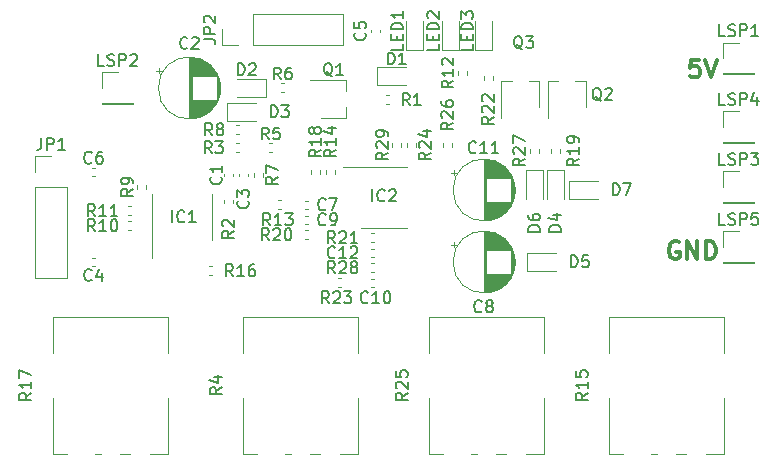
<source format=gto>
G04 #@! TF.GenerationSoftware,KiCad,Pcbnew,6.0.2-378541a8eb~116~ubuntu21.10.1*
G04 #@! TF.CreationDate,2022-03-02T08:52:49+01:00*
G04 #@! TF.ProjectId,BH,42482e6b-6963-4616-945f-706362585858,rev?*
G04 #@! TF.SameCoordinates,Original*
G04 #@! TF.FileFunction,Legend,Top*
G04 #@! TF.FilePolarity,Positive*
%FSLAX46Y46*%
G04 Gerber Fmt 4.6, Leading zero omitted, Abs format (unit mm)*
G04 Created by KiCad (PCBNEW 6.0.2-378541a8eb~116~ubuntu21.10.1) date 2022-03-02 08:52:49*
%MOMM*%
%LPD*%
G01*
G04 APERTURE LIST*
%ADD10C,0.300000*%
%ADD11C,0.150000*%
%ADD12C,0.120000*%
G04 APERTURE END LIST*
D10*
X167862285Y-98441771D02*
X167148000Y-98441771D01*
X167076571Y-99156057D01*
X167148000Y-99084628D01*
X167290857Y-99013200D01*
X167648000Y-99013200D01*
X167790857Y-99084628D01*
X167862285Y-99156057D01*
X167933714Y-99298914D01*
X167933714Y-99656057D01*
X167862285Y-99798914D01*
X167790857Y-99870342D01*
X167648000Y-99941771D01*
X167290857Y-99941771D01*
X167148000Y-99870342D01*
X167076571Y-99798914D01*
X168362285Y-98441771D02*
X168862285Y-99941771D01*
X169362285Y-98441771D01*
X166141542Y-113905600D02*
X165998685Y-113834171D01*
X165784400Y-113834171D01*
X165570114Y-113905600D01*
X165427257Y-114048457D01*
X165355828Y-114191314D01*
X165284400Y-114477028D01*
X165284400Y-114691314D01*
X165355828Y-114977028D01*
X165427257Y-115119885D01*
X165570114Y-115262742D01*
X165784400Y-115334171D01*
X165927257Y-115334171D01*
X166141542Y-115262742D01*
X166212971Y-115191314D01*
X166212971Y-114691314D01*
X165927257Y-114691314D01*
X166855828Y-115334171D02*
X166855828Y-113834171D01*
X167712971Y-115334171D01*
X167712971Y-113834171D01*
X168427257Y-115334171D02*
X168427257Y-113834171D01*
X168784400Y-113834171D01*
X168998685Y-113905600D01*
X169141542Y-114048457D01*
X169212971Y-114191314D01*
X169284400Y-114477028D01*
X169284400Y-114691314D01*
X169212971Y-114977028D01*
X169141542Y-115119885D01*
X168998685Y-115262742D01*
X168784400Y-115334171D01*
X168427257Y-115334171D01*
D11*
G04 #@! TO.C,LSP3*
X170053142Y-107342380D02*
X169576952Y-107342380D01*
X169576952Y-106342380D01*
X170338857Y-107294761D02*
X170481714Y-107342380D01*
X170719809Y-107342380D01*
X170815047Y-107294761D01*
X170862666Y-107247142D01*
X170910285Y-107151904D01*
X170910285Y-107056666D01*
X170862666Y-106961428D01*
X170815047Y-106913809D01*
X170719809Y-106866190D01*
X170529333Y-106818571D01*
X170434095Y-106770952D01*
X170386476Y-106723333D01*
X170338857Y-106628095D01*
X170338857Y-106532857D01*
X170386476Y-106437619D01*
X170434095Y-106390000D01*
X170529333Y-106342380D01*
X170767428Y-106342380D01*
X170910285Y-106390000D01*
X171338857Y-107342380D02*
X171338857Y-106342380D01*
X171719809Y-106342380D01*
X171815047Y-106390000D01*
X171862666Y-106437619D01*
X171910285Y-106532857D01*
X171910285Y-106675714D01*
X171862666Y-106770952D01*
X171815047Y-106818571D01*
X171719809Y-106866190D01*
X171338857Y-106866190D01*
X172243619Y-106342380D02*
X172862666Y-106342380D01*
X172529333Y-106723333D01*
X172672190Y-106723333D01*
X172767428Y-106770952D01*
X172815047Y-106818571D01*
X172862666Y-106913809D01*
X172862666Y-107151904D01*
X172815047Y-107247142D01*
X172767428Y-107294761D01*
X172672190Y-107342380D01*
X172386476Y-107342380D01*
X172291238Y-107294761D01*
X172243619Y-107247142D01*
G04 #@! TO.C,C2*
X124527333Y-97445142D02*
X124479714Y-97492761D01*
X124336857Y-97540380D01*
X124241619Y-97540380D01*
X124098761Y-97492761D01*
X124003523Y-97397523D01*
X123955904Y-97302285D01*
X123908285Y-97111809D01*
X123908285Y-96968952D01*
X123955904Y-96778476D01*
X124003523Y-96683238D01*
X124098761Y-96588000D01*
X124241619Y-96540380D01*
X124336857Y-96540380D01*
X124479714Y-96588000D01*
X124527333Y-96635619D01*
X124908285Y-96635619D02*
X124955904Y-96588000D01*
X125051142Y-96540380D01*
X125289238Y-96540380D01*
X125384476Y-96588000D01*
X125432095Y-96635619D01*
X125479714Y-96730857D01*
X125479714Y-96826095D01*
X125432095Y-96968952D01*
X124860666Y-97540380D01*
X125479714Y-97540380D01*
G04 #@! TO.C,R12*
X147061180Y-100210857D02*
X146584990Y-100544190D01*
X147061180Y-100782285D02*
X146061180Y-100782285D01*
X146061180Y-100401333D01*
X146108800Y-100306095D01*
X146156419Y-100258476D01*
X146251657Y-100210857D01*
X146394514Y-100210857D01*
X146489752Y-100258476D01*
X146537371Y-100306095D01*
X146584990Y-100401333D01*
X146584990Y-100782285D01*
X147061180Y-99258476D02*
X147061180Y-99829904D01*
X147061180Y-99544190D02*
X146061180Y-99544190D01*
X146204038Y-99639428D01*
X146299276Y-99734666D01*
X146346895Y-99829904D01*
X146156419Y-98877523D02*
X146108800Y-98829904D01*
X146061180Y-98734666D01*
X146061180Y-98496571D01*
X146108800Y-98401333D01*
X146156419Y-98353714D01*
X146251657Y-98306095D01*
X146346895Y-98306095D01*
X146489752Y-98353714D01*
X147061180Y-98925142D01*
X147061180Y-98306095D01*
G04 #@! TO.C,LSP1*
X170053142Y-96445780D02*
X169576952Y-96445780D01*
X169576952Y-95445780D01*
X170338857Y-96398161D02*
X170481714Y-96445780D01*
X170719809Y-96445780D01*
X170815047Y-96398161D01*
X170862666Y-96350542D01*
X170910285Y-96255304D01*
X170910285Y-96160066D01*
X170862666Y-96064828D01*
X170815047Y-96017209D01*
X170719809Y-95969590D01*
X170529333Y-95921971D01*
X170434095Y-95874352D01*
X170386476Y-95826733D01*
X170338857Y-95731495D01*
X170338857Y-95636257D01*
X170386476Y-95541019D01*
X170434095Y-95493400D01*
X170529333Y-95445780D01*
X170767428Y-95445780D01*
X170910285Y-95493400D01*
X171338857Y-96445780D02*
X171338857Y-95445780D01*
X171719809Y-95445780D01*
X171815047Y-95493400D01*
X171862666Y-95541019D01*
X171910285Y-95636257D01*
X171910285Y-95779114D01*
X171862666Y-95874352D01*
X171815047Y-95921971D01*
X171719809Y-95969590D01*
X171338857Y-95969590D01*
X172862666Y-96445780D02*
X172291238Y-96445780D01*
X172576952Y-96445780D02*
X172576952Y-95445780D01*
X172481714Y-95588638D01*
X172386476Y-95683876D01*
X172291238Y-95731495D01*
G04 #@! TO.C,C1*
X127357142Y-108370666D02*
X127404761Y-108418285D01*
X127452380Y-108561142D01*
X127452380Y-108656380D01*
X127404761Y-108799238D01*
X127309523Y-108894476D01*
X127214285Y-108942095D01*
X127023809Y-108989714D01*
X126880952Y-108989714D01*
X126690476Y-108942095D01*
X126595238Y-108894476D01*
X126500000Y-108799238D01*
X126452380Y-108656380D01*
X126452380Y-108561142D01*
X126500000Y-108418285D01*
X126547619Y-108370666D01*
X127452380Y-107418285D02*
X127452380Y-107989714D01*
X127452380Y-107704000D02*
X126452380Y-107704000D01*
X126595238Y-107799238D01*
X126690476Y-107894476D01*
X126738095Y-107989714D01*
G04 #@! TO.C,R7*
X132178380Y-108370666D02*
X131702190Y-108704000D01*
X132178380Y-108942095D02*
X131178380Y-108942095D01*
X131178380Y-108561142D01*
X131226000Y-108465904D01*
X131273619Y-108418285D01*
X131368857Y-108370666D01*
X131511714Y-108370666D01*
X131606952Y-108418285D01*
X131654571Y-108465904D01*
X131702190Y-108561142D01*
X131702190Y-108942095D01*
X131178380Y-108037333D02*
X131178380Y-107370666D01*
X132178380Y-107799238D01*
G04 #@! TO.C,D5*
X156995904Y-116022380D02*
X156995904Y-115022380D01*
X157234000Y-115022380D01*
X157376857Y-115070000D01*
X157472095Y-115165238D01*
X157519714Y-115260476D01*
X157567333Y-115450952D01*
X157567333Y-115593809D01*
X157519714Y-115784285D01*
X157472095Y-115879523D01*
X157376857Y-115974761D01*
X157234000Y-116022380D01*
X156995904Y-116022380D01*
X158472095Y-115022380D02*
X157995904Y-115022380D01*
X157948285Y-115498571D01*
X157995904Y-115450952D01*
X158091142Y-115403333D01*
X158329238Y-115403333D01*
X158424476Y-115450952D01*
X158472095Y-115498571D01*
X158519714Y-115593809D01*
X158519714Y-115831904D01*
X158472095Y-115927142D01*
X158424476Y-115974761D01*
X158329238Y-116022380D01*
X158091142Y-116022380D01*
X157995904Y-115974761D01*
X157948285Y-115927142D01*
G04 #@! TO.C,R10*
X116705142Y-112974380D02*
X116371809Y-112498190D01*
X116133714Y-112974380D02*
X116133714Y-111974380D01*
X116514666Y-111974380D01*
X116609904Y-112022000D01*
X116657523Y-112069619D01*
X116705142Y-112164857D01*
X116705142Y-112307714D01*
X116657523Y-112402952D01*
X116609904Y-112450571D01*
X116514666Y-112498190D01*
X116133714Y-112498190D01*
X117657523Y-112974380D02*
X117086095Y-112974380D01*
X117371809Y-112974380D02*
X117371809Y-111974380D01*
X117276571Y-112117238D01*
X117181333Y-112212476D01*
X117086095Y-112260095D01*
X118276571Y-111974380D02*
X118371809Y-111974380D01*
X118467047Y-112022000D01*
X118514666Y-112069619D01*
X118562285Y-112164857D01*
X118609904Y-112355333D01*
X118609904Y-112593428D01*
X118562285Y-112783904D01*
X118514666Y-112879142D01*
X118467047Y-112926761D01*
X118371809Y-112974380D01*
X118276571Y-112974380D01*
X118181333Y-112926761D01*
X118133714Y-112879142D01*
X118086095Y-112783904D01*
X118038476Y-112593428D01*
X118038476Y-112355333D01*
X118086095Y-112164857D01*
X118133714Y-112069619D01*
X118181333Y-112022000D01*
X118276571Y-111974380D01*
G04 #@! TO.C,R1*
X143343333Y-102306380D02*
X143010000Y-101830190D01*
X142771904Y-102306380D02*
X142771904Y-101306380D01*
X143152857Y-101306380D01*
X143248095Y-101354000D01*
X143295714Y-101401619D01*
X143343333Y-101496857D01*
X143343333Y-101639714D01*
X143295714Y-101734952D01*
X143248095Y-101782571D01*
X143152857Y-101830190D01*
X142771904Y-101830190D01*
X144295714Y-102306380D02*
X143724285Y-102306380D01*
X144010000Y-102306380D02*
X144010000Y-101306380D01*
X143914761Y-101449238D01*
X143819523Y-101544476D01*
X143724285Y-101592095D01*
G04 #@! TO.C,D4*
X156154380Y-113006095D02*
X155154380Y-113006095D01*
X155154380Y-112768000D01*
X155202000Y-112625142D01*
X155297238Y-112529904D01*
X155392476Y-112482285D01*
X155582952Y-112434666D01*
X155725809Y-112434666D01*
X155916285Y-112482285D01*
X156011523Y-112529904D01*
X156106761Y-112625142D01*
X156154380Y-112768000D01*
X156154380Y-113006095D01*
X155487714Y-111577523D02*
X156154380Y-111577523D01*
X155106761Y-111815619D02*
X155821047Y-112053714D01*
X155821047Y-111434666D01*
G04 #@! TO.C,R3*
X126579333Y-106370380D02*
X126246000Y-105894190D01*
X126007904Y-106370380D02*
X126007904Y-105370380D01*
X126388857Y-105370380D01*
X126484095Y-105418000D01*
X126531714Y-105465619D01*
X126579333Y-105560857D01*
X126579333Y-105703714D01*
X126531714Y-105798952D01*
X126484095Y-105846571D01*
X126388857Y-105894190D01*
X126007904Y-105894190D01*
X126912666Y-105370380D02*
X127531714Y-105370380D01*
X127198380Y-105751333D01*
X127341238Y-105751333D01*
X127436476Y-105798952D01*
X127484095Y-105846571D01*
X127531714Y-105941809D01*
X127531714Y-106179904D01*
X127484095Y-106275142D01*
X127436476Y-106322761D01*
X127341238Y-106370380D01*
X127055523Y-106370380D01*
X126960285Y-106322761D01*
X126912666Y-106275142D01*
G04 #@! TO.C,LED2*
X145834380Y-97119047D02*
X145834380Y-97595238D01*
X144834380Y-97595238D01*
X145310571Y-96785714D02*
X145310571Y-96452380D01*
X145834380Y-96309523D02*
X145834380Y-96785714D01*
X144834380Y-96785714D01*
X144834380Y-96309523D01*
X145834380Y-95880952D02*
X144834380Y-95880952D01*
X144834380Y-95642857D01*
X144882000Y-95500000D01*
X144977238Y-95404761D01*
X145072476Y-95357142D01*
X145262952Y-95309523D01*
X145405809Y-95309523D01*
X145596285Y-95357142D01*
X145691523Y-95404761D01*
X145786761Y-95500000D01*
X145834380Y-95642857D01*
X145834380Y-95880952D01*
X144929619Y-94928571D02*
X144882000Y-94880952D01*
X144834380Y-94785714D01*
X144834380Y-94547619D01*
X144882000Y-94452380D01*
X144929619Y-94404761D01*
X145024857Y-94357142D01*
X145120095Y-94357142D01*
X145262952Y-94404761D01*
X145834380Y-94976190D01*
X145834380Y-94357142D01*
G04 #@! TO.C,C7*
X136231333Y-111101142D02*
X136183714Y-111148761D01*
X136040857Y-111196380D01*
X135945619Y-111196380D01*
X135802761Y-111148761D01*
X135707523Y-111053523D01*
X135659904Y-110958285D01*
X135612285Y-110767809D01*
X135612285Y-110624952D01*
X135659904Y-110434476D01*
X135707523Y-110339238D01*
X135802761Y-110244000D01*
X135945619Y-110196380D01*
X136040857Y-110196380D01*
X136183714Y-110244000D01*
X136231333Y-110291619D01*
X136564666Y-110196380D02*
X137231333Y-110196380D01*
X136802761Y-111196380D01*
G04 #@! TO.C,LSP4*
X170053142Y-102262380D02*
X169576952Y-102262380D01*
X169576952Y-101262380D01*
X170338857Y-102214761D02*
X170481714Y-102262380D01*
X170719809Y-102262380D01*
X170815047Y-102214761D01*
X170862666Y-102167142D01*
X170910285Y-102071904D01*
X170910285Y-101976666D01*
X170862666Y-101881428D01*
X170815047Y-101833809D01*
X170719809Y-101786190D01*
X170529333Y-101738571D01*
X170434095Y-101690952D01*
X170386476Y-101643333D01*
X170338857Y-101548095D01*
X170338857Y-101452857D01*
X170386476Y-101357619D01*
X170434095Y-101310000D01*
X170529333Y-101262380D01*
X170767428Y-101262380D01*
X170910285Y-101310000D01*
X171338857Y-102262380D02*
X171338857Y-101262380D01*
X171719809Y-101262380D01*
X171815047Y-101310000D01*
X171862666Y-101357619D01*
X171910285Y-101452857D01*
X171910285Y-101595714D01*
X171862666Y-101690952D01*
X171815047Y-101738571D01*
X171719809Y-101786190D01*
X171338857Y-101786190D01*
X172767428Y-101595714D02*
X172767428Y-102262380D01*
X172529333Y-101214761D02*
X172291238Y-101929047D01*
X172910285Y-101929047D01*
G04 #@! TO.C,LED3*
X148712180Y-97119047D02*
X148712180Y-97595238D01*
X147712180Y-97595238D01*
X148188371Y-96785714D02*
X148188371Y-96452380D01*
X148712180Y-96309523D02*
X148712180Y-96785714D01*
X147712180Y-96785714D01*
X147712180Y-96309523D01*
X148712180Y-95880952D02*
X147712180Y-95880952D01*
X147712180Y-95642857D01*
X147759800Y-95500000D01*
X147855038Y-95404761D01*
X147950276Y-95357142D01*
X148140752Y-95309523D01*
X148283609Y-95309523D01*
X148474085Y-95357142D01*
X148569323Y-95404761D01*
X148664561Y-95500000D01*
X148712180Y-95642857D01*
X148712180Y-95880952D01*
X147712180Y-94976190D02*
X147712180Y-94357142D01*
X148093133Y-94690476D01*
X148093133Y-94547619D01*
X148140752Y-94452380D01*
X148188371Y-94404761D01*
X148283609Y-94357142D01*
X148521704Y-94357142D01*
X148616942Y-94404761D01*
X148664561Y-94452380D01*
X148712180Y-94547619D01*
X148712180Y-94833333D01*
X148664561Y-94928571D01*
X148616942Y-94976190D01*
G04 #@! TO.C,Q1*
X136810761Y-99835619D02*
X136715523Y-99788000D01*
X136620285Y-99692761D01*
X136477428Y-99549904D01*
X136382190Y-99502285D01*
X136286952Y-99502285D01*
X136334571Y-99740380D02*
X136239333Y-99692761D01*
X136144095Y-99597523D01*
X136096476Y-99407047D01*
X136096476Y-99073714D01*
X136144095Y-98883238D01*
X136239333Y-98788000D01*
X136334571Y-98740380D01*
X136525047Y-98740380D01*
X136620285Y-98788000D01*
X136715523Y-98883238D01*
X136763142Y-99073714D01*
X136763142Y-99407047D01*
X136715523Y-99597523D01*
X136620285Y-99692761D01*
X136525047Y-99740380D01*
X136334571Y-99740380D01*
X137715523Y-99740380D02*
X137144095Y-99740380D01*
X137429809Y-99740380D02*
X137429809Y-98740380D01*
X137334571Y-98883238D01*
X137239333Y-98978476D01*
X137144095Y-99026095D01*
G04 #@! TO.C,C6*
X116419333Y-107147142D02*
X116371714Y-107194761D01*
X116228857Y-107242380D01*
X116133619Y-107242380D01*
X115990761Y-107194761D01*
X115895523Y-107099523D01*
X115847904Y-107004285D01*
X115800285Y-106813809D01*
X115800285Y-106670952D01*
X115847904Y-106480476D01*
X115895523Y-106385238D01*
X115990761Y-106290000D01*
X116133619Y-106242380D01*
X116228857Y-106242380D01*
X116371714Y-106290000D01*
X116419333Y-106337619D01*
X117276476Y-106242380D02*
X117086000Y-106242380D01*
X116990761Y-106290000D01*
X116943142Y-106337619D01*
X116847904Y-106480476D01*
X116800285Y-106670952D01*
X116800285Y-107051904D01*
X116847904Y-107147142D01*
X116895523Y-107194761D01*
X116990761Y-107242380D01*
X117181238Y-107242380D01*
X117276476Y-107194761D01*
X117324095Y-107147142D01*
X117371714Y-107051904D01*
X117371714Y-106813809D01*
X117324095Y-106718571D01*
X117276476Y-106670952D01*
X117181238Y-106623333D01*
X116990761Y-106623333D01*
X116895523Y-106670952D01*
X116847904Y-106718571D01*
X116800285Y-106813809D01*
G04 #@! TO.C,C10*
X139819142Y-118975142D02*
X139771523Y-119022761D01*
X139628666Y-119070380D01*
X139533428Y-119070380D01*
X139390571Y-119022761D01*
X139295333Y-118927523D01*
X139247714Y-118832285D01*
X139200095Y-118641809D01*
X139200095Y-118498952D01*
X139247714Y-118308476D01*
X139295333Y-118213238D01*
X139390571Y-118118000D01*
X139533428Y-118070380D01*
X139628666Y-118070380D01*
X139771523Y-118118000D01*
X139819142Y-118165619D01*
X140771523Y-119070380D02*
X140200095Y-119070380D01*
X140485809Y-119070380D02*
X140485809Y-118070380D01*
X140390571Y-118213238D01*
X140295333Y-118308476D01*
X140200095Y-118356095D01*
X141390571Y-118070380D02*
X141485809Y-118070380D01*
X141581047Y-118118000D01*
X141628666Y-118165619D01*
X141676285Y-118260857D01*
X141723904Y-118451333D01*
X141723904Y-118689428D01*
X141676285Y-118879904D01*
X141628666Y-118975142D01*
X141581047Y-119022761D01*
X141485809Y-119070380D01*
X141390571Y-119070380D01*
X141295333Y-119022761D01*
X141247714Y-118975142D01*
X141200095Y-118879904D01*
X141152476Y-118689428D01*
X141152476Y-118451333D01*
X141200095Y-118260857D01*
X141247714Y-118165619D01*
X141295333Y-118118000D01*
X141390571Y-118070380D01*
G04 #@! TO.C,R6*
X132421333Y-100120380D02*
X132088000Y-99644190D01*
X131849904Y-100120380D02*
X131849904Y-99120380D01*
X132230857Y-99120380D01*
X132326095Y-99168000D01*
X132373714Y-99215619D01*
X132421333Y-99310857D01*
X132421333Y-99453714D01*
X132373714Y-99548952D01*
X132326095Y-99596571D01*
X132230857Y-99644190D01*
X131849904Y-99644190D01*
X133278476Y-99120380D02*
X133088000Y-99120380D01*
X132992761Y-99168000D01*
X132945142Y-99215619D01*
X132849904Y-99358476D01*
X132802285Y-99548952D01*
X132802285Y-99929904D01*
X132849904Y-100025142D01*
X132897523Y-100072761D01*
X132992761Y-100120380D01*
X133183238Y-100120380D01*
X133278476Y-100072761D01*
X133326095Y-100025142D01*
X133373714Y-99929904D01*
X133373714Y-99691809D01*
X133326095Y-99596571D01*
X133278476Y-99548952D01*
X133183238Y-99501333D01*
X132992761Y-99501333D01*
X132897523Y-99548952D01*
X132849904Y-99596571D01*
X132802285Y-99691809D01*
G04 #@! TO.C,Q2*
X159569161Y-101944419D02*
X159473923Y-101896800D01*
X159378685Y-101801561D01*
X159235828Y-101658704D01*
X159140590Y-101611085D01*
X159045352Y-101611085D01*
X159092971Y-101849180D02*
X158997733Y-101801561D01*
X158902495Y-101706323D01*
X158854876Y-101515847D01*
X158854876Y-101182514D01*
X158902495Y-100992038D01*
X158997733Y-100896800D01*
X159092971Y-100849180D01*
X159283447Y-100849180D01*
X159378685Y-100896800D01*
X159473923Y-100992038D01*
X159521542Y-101182514D01*
X159521542Y-101515847D01*
X159473923Y-101706323D01*
X159378685Y-101801561D01*
X159283447Y-101849180D01*
X159092971Y-101849180D01*
X159902495Y-100944419D02*
X159950114Y-100896800D01*
X160045352Y-100849180D01*
X160283447Y-100849180D01*
X160378685Y-100896800D01*
X160426304Y-100944419D01*
X160473923Y-101039657D01*
X160473923Y-101134895D01*
X160426304Y-101277752D01*
X159854876Y-101849180D01*
X160473923Y-101849180D01*
G04 #@! TO.C,LED1*
X142786380Y-97119047D02*
X142786380Y-97595238D01*
X141786380Y-97595238D01*
X142262571Y-96785714D02*
X142262571Y-96452380D01*
X142786380Y-96309523D02*
X142786380Y-96785714D01*
X141786380Y-96785714D01*
X141786380Y-96309523D01*
X142786380Y-95880952D02*
X141786380Y-95880952D01*
X141786380Y-95642857D01*
X141834000Y-95500000D01*
X141929238Y-95404761D01*
X142024476Y-95357142D01*
X142214952Y-95309523D01*
X142357809Y-95309523D01*
X142548285Y-95357142D01*
X142643523Y-95404761D01*
X142738761Y-95500000D01*
X142786380Y-95642857D01*
X142786380Y-95880952D01*
X142786380Y-94357142D02*
X142786380Y-94928571D01*
X142786380Y-94642857D02*
X141786380Y-94642857D01*
X141929238Y-94738095D01*
X142024476Y-94833333D01*
X142072095Y-94928571D01*
G04 #@! TO.C,R29*
X141522380Y-106306857D02*
X141046190Y-106640190D01*
X141522380Y-106878285D02*
X140522380Y-106878285D01*
X140522380Y-106497333D01*
X140570000Y-106402095D01*
X140617619Y-106354476D01*
X140712857Y-106306857D01*
X140855714Y-106306857D01*
X140950952Y-106354476D01*
X140998571Y-106402095D01*
X141046190Y-106497333D01*
X141046190Y-106878285D01*
X140617619Y-105925904D02*
X140570000Y-105878285D01*
X140522380Y-105783047D01*
X140522380Y-105544952D01*
X140570000Y-105449714D01*
X140617619Y-105402095D01*
X140712857Y-105354476D01*
X140808095Y-105354476D01*
X140950952Y-105402095D01*
X141522380Y-105973523D01*
X141522380Y-105354476D01*
X141522380Y-104878285D02*
X141522380Y-104687809D01*
X141474761Y-104592571D01*
X141427142Y-104544952D01*
X141284285Y-104449714D01*
X141093809Y-104402095D01*
X140712857Y-104402095D01*
X140617619Y-104449714D01*
X140570000Y-104497333D01*
X140522380Y-104592571D01*
X140522380Y-104783047D01*
X140570000Y-104878285D01*
X140617619Y-104925904D01*
X140712857Y-104973523D01*
X140950952Y-104973523D01*
X141046190Y-104925904D01*
X141093809Y-104878285D01*
X141141428Y-104783047D01*
X141141428Y-104592571D01*
X141093809Y-104497333D01*
X141046190Y-104449714D01*
X140950952Y-104402095D01*
G04 #@! TO.C,R11*
X116703142Y-111704380D02*
X116369809Y-111228190D01*
X116131714Y-111704380D02*
X116131714Y-110704380D01*
X116512666Y-110704380D01*
X116607904Y-110752000D01*
X116655523Y-110799619D01*
X116703142Y-110894857D01*
X116703142Y-111037714D01*
X116655523Y-111132952D01*
X116607904Y-111180571D01*
X116512666Y-111228190D01*
X116131714Y-111228190D01*
X117655523Y-111704380D02*
X117084095Y-111704380D01*
X117369809Y-111704380D02*
X117369809Y-110704380D01*
X117274571Y-110847238D01*
X117179333Y-110942476D01*
X117084095Y-110990095D01*
X118607904Y-111704380D02*
X118036476Y-111704380D01*
X118322190Y-111704380D02*
X118322190Y-110704380D01*
X118226952Y-110847238D01*
X118131714Y-110942476D01*
X118036476Y-110990095D01*
G04 #@! TO.C,D1*
X141501904Y-98844380D02*
X141501904Y-97844380D01*
X141740000Y-97844380D01*
X141882857Y-97892000D01*
X141978095Y-97987238D01*
X142025714Y-98082476D01*
X142073333Y-98272952D01*
X142073333Y-98415809D01*
X142025714Y-98606285D01*
X141978095Y-98701523D01*
X141882857Y-98796761D01*
X141740000Y-98844380D01*
X141501904Y-98844380D01*
X143025714Y-98844380D02*
X142454285Y-98844380D01*
X142740000Y-98844380D02*
X142740000Y-97844380D01*
X142644761Y-97987238D01*
X142549523Y-98082476D01*
X142454285Y-98130095D01*
G04 #@! TO.C,JP1*
X112166666Y-105072380D02*
X112166666Y-105786666D01*
X112119047Y-105929523D01*
X112023809Y-106024761D01*
X111880952Y-106072380D01*
X111785714Y-106072380D01*
X112642857Y-106072380D02*
X112642857Y-105072380D01*
X113023809Y-105072380D01*
X113119047Y-105120000D01*
X113166666Y-105167619D01*
X113214285Y-105262857D01*
X113214285Y-105405714D01*
X113166666Y-105500952D01*
X113119047Y-105548571D01*
X113023809Y-105596190D01*
X112642857Y-105596190D01*
X114166666Y-106072380D02*
X113595238Y-106072380D01*
X113880952Y-106072380D02*
X113880952Y-105072380D01*
X113785714Y-105215238D01*
X113690476Y-105310476D01*
X113595238Y-105358095D01*
G04 #@! TO.C,R18*
X135834380Y-106052857D02*
X135358190Y-106386190D01*
X135834380Y-106624285D02*
X134834380Y-106624285D01*
X134834380Y-106243333D01*
X134882000Y-106148095D01*
X134929619Y-106100476D01*
X135024857Y-106052857D01*
X135167714Y-106052857D01*
X135262952Y-106100476D01*
X135310571Y-106148095D01*
X135358190Y-106243333D01*
X135358190Y-106624285D01*
X135834380Y-105100476D02*
X135834380Y-105671904D01*
X135834380Y-105386190D02*
X134834380Y-105386190D01*
X134977238Y-105481428D01*
X135072476Y-105576666D01*
X135120095Y-105671904D01*
X135262952Y-104529047D02*
X135215333Y-104624285D01*
X135167714Y-104671904D01*
X135072476Y-104719523D01*
X135024857Y-104719523D01*
X134929619Y-104671904D01*
X134882000Y-104624285D01*
X134834380Y-104529047D01*
X134834380Y-104338571D01*
X134882000Y-104243333D01*
X134929619Y-104195714D01*
X135024857Y-104148095D01*
X135072476Y-104148095D01*
X135167714Y-104195714D01*
X135215333Y-104243333D01*
X135262952Y-104338571D01*
X135262952Y-104529047D01*
X135310571Y-104624285D01*
X135358190Y-104671904D01*
X135453428Y-104719523D01*
X135643904Y-104719523D01*
X135739142Y-104671904D01*
X135786761Y-104624285D01*
X135834380Y-104529047D01*
X135834380Y-104338571D01*
X135786761Y-104243333D01*
X135739142Y-104195714D01*
X135643904Y-104148095D01*
X135453428Y-104148095D01*
X135358190Y-104195714D01*
X135310571Y-104243333D01*
X135262952Y-104338571D01*
G04 #@! TO.C,C5*
X139549142Y-96166666D02*
X139596761Y-96214285D01*
X139644380Y-96357142D01*
X139644380Y-96452380D01*
X139596761Y-96595238D01*
X139501523Y-96690476D01*
X139406285Y-96738095D01*
X139215809Y-96785714D01*
X139072952Y-96785714D01*
X138882476Y-96738095D01*
X138787238Y-96690476D01*
X138692000Y-96595238D01*
X138644380Y-96452380D01*
X138644380Y-96357142D01*
X138692000Y-96214285D01*
X138739619Y-96166666D01*
X138644380Y-95261904D02*
X138644380Y-95738095D01*
X139120571Y-95785714D01*
X139072952Y-95738095D01*
X139025333Y-95642857D01*
X139025333Y-95404761D01*
X139072952Y-95309523D01*
X139120571Y-95261904D01*
X139215809Y-95214285D01*
X139453904Y-95214285D01*
X139549142Y-95261904D01*
X139596761Y-95309523D01*
X139644380Y-95404761D01*
X139644380Y-95642857D01*
X139596761Y-95738095D01*
X139549142Y-95785714D01*
G04 #@! TO.C,R2*
X128468380Y-112942666D02*
X127992190Y-113276000D01*
X128468380Y-113514095D02*
X127468380Y-113514095D01*
X127468380Y-113133142D01*
X127516000Y-113037904D01*
X127563619Y-112990285D01*
X127658857Y-112942666D01*
X127801714Y-112942666D01*
X127896952Y-112990285D01*
X127944571Y-113037904D01*
X127992190Y-113133142D01*
X127992190Y-113514095D01*
X127563619Y-112561714D02*
X127516000Y-112514095D01*
X127468380Y-112418857D01*
X127468380Y-112180761D01*
X127516000Y-112085523D01*
X127563619Y-112037904D01*
X127658857Y-111990285D01*
X127754095Y-111990285D01*
X127896952Y-112037904D01*
X128468380Y-112609333D01*
X128468380Y-111990285D01*
G04 #@! TO.C,R21*
X137025142Y-113990380D02*
X136691809Y-113514190D01*
X136453714Y-113990380D02*
X136453714Y-112990380D01*
X136834666Y-112990380D01*
X136929904Y-113038000D01*
X136977523Y-113085619D01*
X137025142Y-113180857D01*
X137025142Y-113323714D01*
X136977523Y-113418952D01*
X136929904Y-113466571D01*
X136834666Y-113514190D01*
X136453714Y-113514190D01*
X137406095Y-113085619D02*
X137453714Y-113038000D01*
X137548952Y-112990380D01*
X137787047Y-112990380D01*
X137882285Y-113038000D01*
X137929904Y-113085619D01*
X137977523Y-113180857D01*
X137977523Y-113276095D01*
X137929904Y-113418952D01*
X137358476Y-113990380D01*
X137977523Y-113990380D01*
X138929904Y-113990380D02*
X138358476Y-113990380D01*
X138644190Y-113990380D02*
X138644190Y-112990380D01*
X138548952Y-113133238D01*
X138453714Y-113228476D01*
X138358476Y-113276095D01*
G04 #@! TO.C,C8*
X149439333Y-119737142D02*
X149391714Y-119784761D01*
X149248857Y-119832380D01*
X149153619Y-119832380D01*
X149010761Y-119784761D01*
X148915523Y-119689523D01*
X148867904Y-119594285D01*
X148820285Y-119403809D01*
X148820285Y-119260952D01*
X148867904Y-119070476D01*
X148915523Y-118975238D01*
X149010761Y-118880000D01*
X149153619Y-118832380D01*
X149248857Y-118832380D01*
X149391714Y-118880000D01*
X149439333Y-118927619D01*
X150010761Y-119260952D02*
X149915523Y-119213333D01*
X149867904Y-119165714D01*
X149820285Y-119070476D01*
X149820285Y-119022857D01*
X149867904Y-118927619D01*
X149915523Y-118880000D01*
X150010761Y-118832380D01*
X150201238Y-118832380D01*
X150296476Y-118880000D01*
X150344095Y-118927619D01*
X150391714Y-119022857D01*
X150391714Y-119070476D01*
X150344095Y-119165714D01*
X150296476Y-119213333D01*
X150201238Y-119260952D01*
X150010761Y-119260952D01*
X149915523Y-119308571D01*
X149867904Y-119356190D01*
X149820285Y-119451428D01*
X149820285Y-119641904D01*
X149867904Y-119737142D01*
X149915523Y-119784761D01*
X150010761Y-119832380D01*
X150201238Y-119832380D01*
X150296476Y-119784761D01*
X150344095Y-119737142D01*
X150391714Y-119641904D01*
X150391714Y-119451428D01*
X150344095Y-119356190D01*
X150296476Y-119308571D01*
X150201238Y-119260952D01*
G04 #@! TO.C,R8*
X126630133Y-104846380D02*
X126296800Y-104370190D01*
X126058704Y-104846380D02*
X126058704Y-103846380D01*
X126439657Y-103846380D01*
X126534895Y-103894000D01*
X126582514Y-103941619D01*
X126630133Y-104036857D01*
X126630133Y-104179714D01*
X126582514Y-104274952D01*
X126534895Y-104322571D01*
X126439657Y-104370190D01*
X126058704Y-104370190D01*
X127201561Y-104274952D02*
X127106323Y-104227333D01*
X127058704Y-104179714D01*
X127011085Y-104084476D01*
X127011085Y-104036857D01*
X127058704Y-103941619D01*
X127106323Y-103894000D01*
X127201561Y-103846380D01*
X127392038Y-103846380D01*
X127487276Y-103894000D01*
X127534895Y-103941619D01*
X127582514Y-104036857D01*
X127582514Y-104084476D01*
X127534895Y-104179714D01*
X127487276Y-104227333D01*
X127392038Y-104274952D01*
X127201561Y-104274952D01*
X127106323Y-104322571D01*
X127058704Y-104370190D01*
X127011085Y-104465428D01*
X127011085Y-104655904D01*
X127058704Y-104751142D01*
X127106323Y-104798761D01*
X127201561Y-104846380D01*
X127392038Y-104846380D01*
X127487276Y-104798761D01*
X127534895Y-104751142D01*
X127582514Y-104655904D01*
X127582514Y-104465428D01*
X127534895Y-104370190D01*
X127487276Y-104322571D01*
X127392038Y-104274952D01*
G04 #@! TO.C,IC2*
X140182809Y-110434380D02*
X140182809Y-109434380D01*
X141230428Y-110339142D02*
X141182809Y-110386761D01*
X141039952Y-110434380D01*
X140944714Y-110434380D01*
X140801857Y-110386761D01*
X140706619Y-110291523D01*
X140659000Y-110196285D01*
X140611380Y-110005809D01*
X140611380Y-109862952D01*
X140659000Y-109672476D01*
X140706619Y-109577238D01*
X140801857Y-109482000D01*
X140944714Y-109434380D01*
X141039952Y-109434380D01*
X141182809Y-109482000D01*
X141230428Y-109529619D01*
X141611380Y-109529619D02*
X141659000Y-109482000D01*
X141754238Y-109434380D01*
X141992333Y-109434380D01*
X142087571Y-109482000D01*
X142135190Y-109529619D01*
X142182809Y-109624857D01*
X142182809Y-109720095D01*
X142135190Y-109862952D01*
X141563761Y-110434380D01*
X142182809Y-110434380D01*
G04 #@! TO.C,C4*
X116419333Y-117087142D02*
X116371714Y-117134761D01*
X116228857Y-117182380D01*
X116133619Y-117182380D01*
X115990761Y-117134761D01*
X115895523Y-117039523D01*
X115847904Y-116944285D01*
X115800285Y-116753809D01*
X115800285Y-116610952D01*
X115847904Y-116420476D01*
X115895523Y-116325238D01*
X115990761Y-116230000D01*
X116133619Y-116182380D01*
X116228857Y-116182380D01*
X116371714Y-116230000D01*
X116419333Y-116277619D01*
X117276476Y-116515714D02*
X117276476Y-117182380D01*
X117038380Y-116134761D02*
X116800285Y-116849047D01*
X117419333Y-116849047D01*
G04 #@! TO.C,R4*
X127424380Y-126181666D02*
X126948190Y-126515000D01*
X127424380Y-126753095D02*
X126424380Y-126753095D01*
X126424380Y-126372142D01*
X126472000Y-126276904D01*
X126519619Y-126229285D01*
X126614857Y-126181666D01*
X126757714Y-126181666D01*
X126852952Y-126229285D01*
X126900571Y-126276904D01*
X126948190Y-126372142D01*
X126948190Y-126753095D01*
X126757714Y-125324523D02*
X127424380Y-125324523D01*
X126376761Y-125562619D02*
X127091047Y-125800714D01*
X127091047Y-125181666D01*
G04 #@! TO.C,R14*
X137104380Y-106052857D02*
X136628190Y-106386190D01*
X137104380Y-106624285D02*
X136104380Y-106624285D01*
X136104380Y-106243333D01*
X136152000Y-106148095D01*
X136199619Y-106100476D01*
X136294857Y-106052857D01*
X136437714Y-106052857D01*
X136532952Y-106100476D01*
X136580571Y-106148095D01*
X136628190Y-106243333D01*
X136628190Y-106624285D01*
X137104380Y-105100476D02*
X137104380Y-105671904D01*
X137104380Y-105386190D02*
X136104380Y-105386190D01*
X136247238Y-105481428D01*
X136342476Y-105576666D01*
X136390095Y-105671904D01*
X136437714Y-104243333D02*
X137104380Y-104243333D01*
X136056761Y-104481428D02*
X136771047Y-104719523D01*
X136771047Y-104100476D01*
G04 #@! TO.C,D3*
X131595904Y-103322380D02*
X131595904Y-102322380D01*
X131834000Y-102322380D01*
X131976857Y-102370000D01*
X132072095Y-102465238D01*
X132119714Y-102560476D01*
X132167333Y-102750952D01*
X132167333Y-102893809D01*
X132119714Y-103084285D01*
X132072095Y-103179523D01*
X131976857Y-103274761D01*
X131834000Y-103322380D01*
X131595904Y-103322380D01*
X132500666Y-102322380D02*
X133119714Y-102322380D01*
X132786380Y-102703333D01*
X132929238Y-102703333D01*
X133024476Y-102750952D01*
X133072095Y-102798571D01*
X133119714Y-102893809D01*
X133119714Y-103131904D01*
X133072095Y-103227142D01*
X133024476Y-103274761D01*
X132929238Y-103322380D01*
X132643523Y-103322380D01*
X132548285Y-103274761D01*
X132500666Y-103227142D01*
G04 #@! TO.C,R17*
X111312380Y-126657857D02*
X110836190Y-126991190D01*
X111312380Y-127229285D02*
X110312380Y-127229285D01*
X110312380Y-126848333D01*
X110360000Y-126753095D01*
X110407619Y-126705476D01*
X110502857Y-126657857D01*
X110645714Y-126657857D01*
X110740952Y-126705476D01*
X110788571Y-126753095D01*
X110836190Y-126848333D01*
X110836190Y-127229285D01*
X111312380Y-125705476D02*
X111312380Y-126276904D01*
X111312380Y-125991190D02*
X110312380Y-125991190D01*
X110455238Y-126086428D01*
X110550476Y-126181666D01*
X110598095Y-126276904D01*
X110312380Y-125372142D02*
X110312380Y-124705476D01*
X111312380Y-125134047D01*
G04 #@! TO.C,R15*
X158412380Y-126657857D02*
X157936190Y-126991190D01*
X158412380Y-127229285D02*
X157412380Y-127229285D01*
X157412380Y-126848333D01*
X157460000Y-126753095D01*
X157507619Y-126705476D01*
X157602857Y-126657857D01*
X157745714Y-126657857D01*
X157840952Y-126705476D01*
X157888571Y-126753095D01*
X157936190Y-126848333D01*
X157936190Y-127229285D01*
X158412380Y-125705476D02*
X158412380Y-126276904D01*
X158412380Y-125991190D02*
X157412380Y-125991190D01*
X157555238Y-126086428D01*
X157650476Y-126181666D01*
X157698095Y-126276904D01*
X157412380Y-124800714D02*
X157412380Y-125276904D01*
X157888571Y-125324523D01*
X157840952Y-125276904D01*
X157793333Y-125181666D01*
X157793333Y-124943571D01*
X157840952Y-124848333D01*
X157888571Y-124800714D01*
X157983809Y-124753095D01*
X158221904Y-124753095D01*
X158317142Y-124800714D01*
X158364761Y-124848333D01*
X158412380Y-124943571D01*
X158412380Y-125181666D01*
X158364761Y-125276904D01*
X158317142Y-125324523D01*
G04 #@! TO.C,C3*
X129643142Y-110402666D02*
X129690761Y-110450285D01*
X129738380Y-110593142D01*
X129738380Y-110688380D01*
X129690761Y-110831238D01*
X129595523Y-110926476D01*
X129500285Y-110974095D01*
X129309809Y-111021714D01*
X129166952Y-111021714D01*
X128976476Y-110974095D01*
X128881238Y-110926476D01*
X128786000Y-110831238D01*
X128738380Y-110688380D01*
X128738380Y-110593142D01*
X128786000Y-110450285D01*
X128833619Y-110402666D01*
X128738380Y-110069333D02*
X128738380Y-109450285D01*
X129119333Y-109783619D01*
X129119333Y-109640761D01*
X129166952Y-109545523D01*
X129214571Y-109497904D01*
X129309809Y-109450285D01*
X129547904Y-109450285D01*
X129643142Y-109497904D01*
X129690761Y-109545523D01*
X129738380Y-109640761D01*
X129738380Y-109926476D01*
X129690761Y-110021714D01*
X129643142Y-110069333D01*
G04 #@! TO.C,R28*
X137025142Y-116530380D02*
X136691809Y-116054190D01*
X136453714Y-116530380D02*
X136453714Y-115530380D01*
X136834666Y-115530380D01*
X136929904Y-115578000D01*
X136977523Y-115625619D01*
X137025142Y-115720857D01*
X137025142Y-115863714D01*
X136977523Y-115958952D01*
X136929904Y-116006571D01*
X136834666Y-116054190D01*
X136453714Y-116054190D01*
X137406095Y-115625619D02*
X137453714Y-115578000D01*
X137548952Y-115530380D01*
X137787047Y-115530380D01*
X137882285Y-115578000D01*
X137929904Y-115625619D01*
X137977523Y-115720857D01*
X137977523Y-115816095D01*
X137929904Y-115958952D01*
X137358476Y-116530380D01*
X137977523Y-116530380D01*
X138548952Y-115958952D02*
X138453714Y-115911333D01*
X138406095Y-115863714D01*
X138358476Y-115768476D01*
X138358476Y-115720857D01*
X138406095Y-115625619D01*
X138453714Y-115578000D01*
X138548952Y-115530380D01*
X138739428Y-115530380D01*
X138834666Y-115578000D01*
X138882285Y-115625619D01*
X138929904Y-115720857D01*
X138929904Y-115768476D01*
X138882285Y-115863714D01*
X138834666Y-115911333D01*
X138739428Y-115958952D01*
X138548952Y-115958952D01*
X138453714Y-116006571D01*
X138406095Y-116054190D01*
X138358476Y-116149428D01*
X138358476Y-116339904D01*
X138406095Y-116435142D01*
X138453714Y-116482761D01*
X138548952Y-116530380D01*
X138739428Y-116530380D01*
X138834666Y-116482761D01*
X138882285Y-116435142D01*
X138929904Y-116339904D01*
X138929904Y-116149428D01*
X138882285Y-116054190D01*
X138834666Y-116006571D01*
X138739428Y-115958952D01*
G04 #@! TO.C,LSP2*
X117475142Y-98960380D02*
X116998952Y-98960380D01*
X116998952Y-97960380D01*
X117760857Y-98912761D02*
X117903714Y-98960380D01*
X118141809Y-98960380D01*
X118237047Y-98912761D01*
X118284666Y-98865142D01*
X118332285Y-98769904D01*
X118332285Y-98674666D01*
X118284666Y-98579428D01*
X118237047Y-98531809D01*
X118141809Y-98484190D01*
X117951333Y-98436571D01*
X117856095Y-98388952D01*
X117808476Y-98341333D01*
X117760857Y-98246095D01*
X117760857Y-98150857D01*
X117808476Y-98055619D01*
X117856095Y-98008000D01*
X117951333Y-97960380D01*
X118189428Y-97960380D01*
X118332285Y-98008000D01*
X118760857Y-98960380D02*
X118760857Y-97960380D01*
X119141809Y-97960380D01*
X119237047Y-98008000D01*
X119284666Y-98055619D01*
X119332285Y-98150857D01*
X119332285Y-98293714D01*
X119284666Y-98388952D01*
X119237047Y-98436571D01*
X119141809Y-98484190D01*
X118760857Y-98484190D01*
X119713238Y-98055619D02*
X119760857Y-98008000D01*
X119856095Y-97960380D01*
X120094190Y-97960380D01*
X120189428Y-98008000D01*
X120237047Y-98055619D01*
X120284666Y-98150857D01*
X120284666Y-98246095D01*
X120237047Y-98388952D01*
X119665619Y-98960380D01*
X120284666Y-98960380D01*
G04 #@! TO.C,R25*
X143172380Y-126657857D02*
X142696190Y-126991190D01*
X143172380Y-127229285D02*
X142172380Y-127229285D01*
X142172380Y-126848333D01*
X142220000Y-126753095D01*
X142267619Y-126705476D01*
X142362857Y-126657857D01*
X142505714Y-126657857D01*
X142600952Y-126705476D01*
X142648571Y-126753095D01*
X142696190Y-126848333D01*
X142696190Y-127229285D01*
X142267619Y-126276904D02*
X142220000Y-126229285D01*
X142172380Y-126134047D01*
X142172380Y-125895952D01*
X142220000Y-125800714D01*
X142267619Y-125753095D01*
X142362857Y-125705476D01*
X142458095Y-125705476D01*
X142600952Y-125753095D01*
X143172380Y-126324523D01*
X143172380Y-125705476D01*
X142172380Y-124800714D02*
X142172380Y-125276904D01*
X142648571Y-125324523D01*
X142600952Y-125276904D01*
X142553333Y-125181666D01*
X142553333Y-124943571D01*
X142600952Y-124848333D01*
X142648571Y-124800714D01*
X142743809Y-124753095D01*
X142981904Y-124753095D01*
X143077142Y-124800714D01*
X143124761Y-124848333D01*
X143172380Y-124943571D01*
X143172380Y-125181666D01*
X143124761Y-125276904D01*
X143077142Y-125324523D01*
G04 #@! TO.C,R13*
X131537501Y-112466380D02*
X131204168Y-111990190D01*
X130966073Y-112466380D02*
X130966073Y-111466380D01*
X131347025Y-111466380D01*
X131442263Y-111514000D01*
X131489882Y-111561619D01*
X131537501Y-111656857D01*
X131537501Y-111799714D01*
X131489882Y-111894952D01*
X131442263Y-111942571D01*
X131347025Y-111990190D01*
X130966073Y-111990190D01*
X132489882Y-112466380D02*
X131918454Y-112466380D01*
X132204168Y-112466380D02*
X132204168Y-111466380D01*
X132108930Y-111609238D01*
X132013692Y-111704476D01*
X131918454Y-111752095D01*
X132823216Y-111466380D02*
X133442263Y-111466380D01*
X133108930Y-111847333D01*
X133251787Y-111847333D01*
X133347025Y-111894952D01*
X133394644Y-111942571D01*
X133442263Y-112037809D01*
X133442263Y-112275904D01*
X133394644Y-112371142D01*
X133347025Y-112418761D01*
X133251787Y-112466380D01*
X132966073Y-112466380D01*
X132870835Y-112418761D01*
X132823216Y-112371142D01*
G04 #@! TO.C,R9*
X119932380Y-109386666D02*
X119456190Y-109720000D01*
X119932380Y-109958095D02*
X118932380Y-109958095D01*
X118932380Y-109577142D01*
X118980000Y-109481904D01*
X119027619Y-109434285D01*
X119122857Y-109386666D01*
X119265714Y-109386666D01*
X119360952Y-109434285D01*
X119408571Y-109481904D01*
X119456190Y-109577142D01*
X119456190Y-109958095D01*
X119932380Y-108910476D02*
X119932380Y-108720000D01*
X119884761Y-108624761D01*
X119837142Y-108577142D01*
X119694285Y-108481904D01*
X119503809Y-108434285D01*
X119122857Y-108434285D01*
X119027619Y-108481904D01*
X118980000Y-108529523D01*
X118932380Y-108624761D01*
X118932380Y-108815238D01*
X118980000Y-108910476D01*
X119027619Y-108958095D01*
X119122857Y-109005714D01*
X119360952Y-109005714D01*
X119456190Y-108958095D01*
X119503809Y-108910476D01*
X119551428Y-108815238D01*
X119551428Y-108624761D01*
X119503809Y-108529523D01*
X119456190Y-108481904D01*
X119360952Y-108434285D01*
G04 #@! TO.C,R5*
X131405333Y-105201980D02*
X131072000Y-104725790D01*
X130833904Y-105201980D02*
X130833904Y-104201980D01*
X131214857Y-104201980D01*
X131310095Y-104249600D01*
X131357714Y-104297219D01*
X131405333Y-104392457D01*
X131405333Y-104535314D01*
X131357714Y-104630552D01*
X131310095Y-104678171D01*
X131214857Y-104725790D01*
X130833904Y-104725790D01*
X132310095Y-104201980D02*
X131833904Y-104201980D01*
X131786285Y-104678171D01*
X131833904Y-104630552D01*
X131929142Y-104582933D01*
X132167238Y-104582933D01*
X132262476Y-104630552D01*
X132310095Y-104678171D01*
X132357714Y-104773409D01*
X132357714Y-105011504D01*
X132310095Y-105106742D01*
X132262476Y-105154361D01*
X132167238Y-105201980D01*
X131929142Y-105201980D01*
X131833904Y-105154361D01*
X131786285Y-105106742D01*
G04 #@! TO.C,R23*
X136517142Y-119070380D02*
X136183809Y-118594190D01*
X135945714Y-119070380D02*
X135945714Y-118070380D01*
X136326666Y-118070380D01*
X136421904Y-118118000D01*
X136469523Y-118165619D01*
X136517142Y-118260857D01*
X136517142Y-118403714D01*
X136469523Y-118498952D01*
X136421904Y-118546571D01*
X136326666Y-118594190D01*
X135945714Y-118594190D01*
X136898095Y-118165619D02*
X136945714Y-118118000D01*
X137040952Y-118070380D01*
X137279047Y-118070380D01*
X137374285Y-118118000D01*
X137421904Y-118165619D01*
X137469523Y-118260857D01*
X137469523Y-118356095D01*
X137421904Y-118498952D01*
X136850476Y-119070380D01*
X137469523Y-119070380D01*
X137802857Y-118070380D02*
X138421904Y-118070380D01*
X138088571Y-118451333D01*
X138231428Y-118451333D01*
X138326666Y-118498952D01*
X138374285Y-118546571D01*
X138421904Y-118641809D01*
X138421904Y-118879904D01*
X138374285Y-118975142D01*
X138326666Y-119022761D01*
X138231428Y-119070380D01*
X137945714Y-119070380D01*
X137850476Y-119022761D01*
X137802857Y-118975142D01*
G04 #@! TO.C,R16*
X128389142Y-116784380D02*
X128055809Y-116308190D01*
X127817714Y-116784380D02*
X127817714Y-115784380D01*
X128198666Y-115784380D01*
X128293904Y-115832000D01*
X128341523Y-115879619D01*
X128389142Y-115974857D01*
X128389142Y-116117714D01*
X128341523Y-116212952D01*
X128293904Y-116260571D01*
X128198666Y-116308190D01*
X127817714Y-116308190D01*
X129341523Y-116784380D02*
X128770095Y-116784380D01*
X129055809Y-116784380D02*
X129055809Y-115784380D01*
X128960571Y-115927238D01*
X128865333Y-116022476D01*
X128770095Y-116070095D01*
X130198666Y-115784380D02*
X130008190Y-115784380D01*
X129912952Y-115832000D01*
X129865333Y-115879619D01*
X129770095Y-116022476D01*
X129722476Y-116212952D01*
X129722476Y-116593904D01*
X129770095Y-116689142D01*
X129817714Y-116736761D01*
X129912952Y-116784380D01*
X130103428Y-116784380D01*
X130198666Y-116736761D01*
X130246285Y-116689142D01*
X130293904Y-116593904D01*
X130293904Y-116355809D01*
X130246285Y-116260571D01*
X130198666Y-116212952D01*
X130103428Y-116165333D01*
X129912952Y-116165333D01*
X129817714Y-116212952D01*
X129770095Y-116260571D01*
X129722476Y-116355809D01*
G04 #@! TO.C,D7*
X160551904Y-109926380D02*
X160551904Y-108926380D01*
X160790000Y-108926380D01*
X160932857Y-108974000D01*
X161028095Y-109069238D01*
X161075714Y-109164476D01*
X161123333Y-109354952D01*
X161123333Y-109497809D01*
X161075714Y-109688285D01*
X161028095Y-109783523D01*
X160932857Y-109878761D01*
X160790000Y-109926380D01*
X160551904Y-109926380D01*
X161456666Y-108926380D02*
X162123333Y-108926380D01*
X161694761Y-109926380D01*
G04 #@! TO.C,R24*
X145132380Y-106306857D02*
X144656190Y-106640190D01*
X145132380Y-106878285D02*
X144132380Y-106878285D01*
X144132380Y-106497333D01*
X144180000Y-106402095D01*
X144227619Y-106354476D01*
X144322857Y-106306857D01*
X144465714Y-106306857D01*
X144560952Y-106354476D01*
X144608571Y-106402095D01*
X144656190Y-106497333D01*
X144656190Y-106878285D01*
X144227619Y-105925904D02*
X144180000Y-105878285D01*
X144132380Y-105783047D01*
X144132380Y-105544952D01*
X144180000Y-105449714D01*
X144227619Y-105402095D01*
X144322857Y-105354476D01*
X144418095Y-105354476D01*
X144560952Y-105402095D01*
X145132380Y-105973523D01*
X145132380Y-105354476D01*
X144465714Y-104497333D02*
X145132380Y-104497333D01*
X144084761Y-104735428D02*
X144799047Y-104973523D01*
X144799047Y-104354476D01*
G04 #@! TO.C,IC1*
X123229809Y-112212380D02*
X123229809Y-111212380D01*
X124277428Y-112117142D02*
X124229809Y-112164761D01*
X124086952Y-112212380D01*
X123991714Y-112212380D01*
X123848857Y-112164761D01*
X123753619Y-112069523D01*
X123706000Y-111974285D01*
X123658380Y-111783809D01*
X123658380Y-111640952D01*
X123706000Y-111450476D01*
X123753619Y-111355238D01*
X123848857Y-111260000D01*
X123991714Y-111212380D01*
X124086952Y-111212380D01*
X124229809Y-111260000D01*
X124277428Y-111307619D01*
X125229809Y-112212380D02*
X124658380Y-112212380D01*
X124944095Y-112212380D02*
X124944095Y-111212380D01*
X124848857Y-111355238D01*
X124753619Y-111450476D01*
X124658380Y-111498095D01*
G04 #@! TO.C,R27*
X153106380Y-106814857D02*
X152630190Y-107148190D01*
X153106380Y-107386285D02*
X152106380Y-107386285D01*
X152106380Y-107005333D01*
X152154000Y-106910095D01*
X152201619Y-106862476D01*
X152296857Y-106814857D01*
X152439714Y-106814857D01*
X152534952Y-106862476D01*
X152582571Y-106910095D01*
X152630190Y-107005333D01*
X152630190Y-107386285D01*
X152201619Y-106433904D02*
X152154000Y-106386285D01*
X152106380Y-106291047D01*
X152106380Y-106052952D01*
X152154000Y-105957714D01*
X152201619Y-105910095D01*
X152296857Y-105862476D01*
X152392095Y-105862476D01*
X152534952Y-105910095D01*
X153106380Y-106481523D01*
X153106380Y-105862476D01*
X152106380Y-105529142D02*
X152106380Y-104862476D01*
X153106380Y-105291047D01*
G04 #@! TO.C,C9*
X136231333Y-112371142D02*
X136183714Y-112418761D01*
X136040857Y-112466380D01*
X135945619Y-112466380D01*
X135802761Y-112418761D01*
X135707523Y-112323523D01*
X135659904Y-112228285D01*
X135612285Y-112037809D01*
X135612285Y-111894952D01*
X135659904Y-111704476D01*
X135707523Y-111609238D01*
X135802761Y-111514000D01*
X135945619Y-111466380D01*
X136040857Y-111466380D01*
X136183714Y-111514000D01*
X136231333Y-111561619D01*
X136707523Y-112466380D02*
X136898000Y-112466380D01*
X136993238Y-112418761D01*
X137040857Y-112371142D01*
X137136095Y-112228285D01*
X137183714Y-112037809D01*
X137183714Y-111656857D01*
X137136095Y-111561619D01*
X137088476Y-111514000D01*
X136993238Y-111466380D01*
X136802761Y-111466380D01*
X136707523Y-111514000D01*
X136659904Y-111561619D01*
X136612285Y-111656857D01*
X136612285Y-111894952D01*
X136659904Y-111990190D01*
X136707523Y-112037809D01*
X136802761Y-112085428D01*
X136993238Y-112085428D01*
X137088476Y-112037809D01*
X137136095Y-111990190D01*
X137183714Y-111894952D01*
G04 #@! TO.C,LSP5*
X170053142Y-112422380D02*
X169576952Y-112422380D01*
X169576952Y-111422380D01*
X170338857Y-112374761D02*
X170481714Y-112422380D01*
X170719809Y-112422380D01*
X170815047Y-112374761D01*
X170862666Y-112327142D01*
X170910285Y-112231904D01*
X170910285Y-112136666D01*
X170862666Y-112041428D01*
X170815047Y-111993809D01*
X170719809Y-111946190D01*
X170529333Y-111898571D01*
X170434095Y-111850952D01*
X170386476Y-111803333D01*
X170338857Y-111708095D01*
X170338857Y-111612857D01*
X170386476Y-111517619D01*
X170434095Y-111470000D01*
X170529333Y-111422380D01*
X170767428Y-111422380D01*
X170910285Y-111470000D01*
X171338857Y-112422380D02*
X171338857Y-111422380D01*
X171719809Y-111422380D01*
X171815047Y-111470000D01*
X171862666Y-111517619D01*
X171910285Y-111612857D01*
X171910285Y-111755714D01*
X171862666Y-111850952D01*
X171815047Y-111898571D01*
X171719809Y-111946190D01*
X171338857Y-111946190D01*
X172815047Y-111422380D02*
X172338857Y-111422380D01*
X172291238Y-111898571D01*
X172338857Y-111850952D01*
X172434095Y-111803333D01*
X172672190Y-111803333D01*
X172767428Y-111850952D01*
X172815047Y-111898571D01*
X172862666Y-111993809D01*
X172862666Y-112231904D01*
X172815047Y-112327142D01*
X172767428Y-112374761D01*
X172672190Y-112422380D01*
X172434095Y-112422380D01*
X172338857Y-112374761D01*
X172291238Y-112327142D01*
G04 #@! TO.C,JP2*
X125900380Y-96718333D02*
X126614666Y-96718333D01*
X126757523Y-96765952D01*
X126852761Y-96861190D01*
X126900380Y-97004047D01*
X126900380Y-97099285D01*
X126900380Y-96242142D02*
X125900380Y-96242142D01*
X125900380Y-95861190D01*
X125948000Y-95765952D01*
X125995619Y-95718333D01*
X126090857Y-95670714D01*
X126233714Y-95670714D01*
X126328952Y-95718333D01*
X126376571Y-95765952D01*
X126424190Y-95861190D01*
X126424190Y-96242142D01*
X125995619Y-95289761D02*
X125948000Y-95242142D01*
X125900380Y-95146904D01*
X125900380Y-94908809D01*
X125948000Y-94813571D01*
X125995619Y-94765952D01*
X126090857Y-94718333D01*
X126186095Y-94718333D01*
X126328952Y-94765952D01*
X126900380Y-95337380D01*
X126900380Y-94718333D01*
G04 #@! TO.C,R20*
X131437142Y-113736380D02*
X131103809Y-113260190D01*
X130865714Y-113736380D02*
X130865714Y-112736380D01*
X131246666Y-112736380D01*
X131341904Y-112784000D01*
X131389523Y-112831619D01*
X131437142Y-112926857D01*
X131437142Y-113069714D01*
X131389523Y-113164952D01*
X131341904Y-113212571D01*
X131246666Y-113260190D01*
X130865714Y-113260190D01*
X131818095Y-112831619D02*
X131865714Y-112784000D01*
X131960952Y-112736380D01*
X132199047Y-112736380D01*
X132294285Y-112784000D01*
X132341904Y-112831619D01*
X132389523Y-112926857D01*
X132389523Y-113022095D01*
X132341904Y-113164952D01*
X131770476Y-113736380D01*
X132389523Y-113736380D01*
X133008571Y-112736380D02*
X133103809Y-112736380D01*
X133199047Y-112784000D01*
X133246666Y-112831619D01*
X133294285Y-112926857D01*
X133341904Y-113117333D01*
X133341904Y-113355428D01*
X133294285Y-113545904D01*
X133246666Y-113641142D01*
X133199047Y-113688761D01*
X133103809Y-113736380D01*
X133008571Y-113736380D01*
X132913333Y-113688761D01*
X132865714Y-113641142D01*
X132818095Y-113545904D01*
X132770476Y-113355428D01*
X132770476Y-113117333D01*
X132818095Y-112926857D01*
X132865714Y-112831619D01*
X132913333Y-112784000D01*
X133008571Y-112736380D01*
G04 #@! TO.C,C12*
X137025142Y-115165142D02*
X136977523Y-115212761D01*
X136834666Y-115260380D01*
X136739428Y-115260380D01*
X136596571Y-115212761D01*
X136501333Y-115117523D01*
X136453714Y-115022285D01*
X136406095Y-114831809D01*
X136406095Y-114688952D01*
X136453714Y-114498476D01*
X136501333Y-114403238D01*
X136596571Y-114308000D01*
X136739428Y-114260380D01*
X136834666Y-114260380D01*
X136977523Y-114308000D01*
X137025142Y-114355619D01*
X137977523Y-115260380D02*
X137406095Y-115260380D01*
X137691809Y-115260380D02*
X137691809Y-114260380D01*
X137596571Y-114403238D01*
X137501333Y-114498476D01*
X137406095Y-114546095D01*
X138358476Y-114355619D02*
X138406095Y-114308000D01*
X138501333Y-114260380D01*
X138739428Y-114260380D01*
X138834666Y-114308000D01*
X138882285Y-114355619D01*
X138929904Y-114450857D01*
X138929904Y-114546095D01*
X138882285Y-114688952D01*
X138310857Y-115260380D01*
X138929904Y-115260380D01*
G04 #@! TO.C,R22*
X150452380Y-103284457D02*
X149976190Y-103617790D01*
X150452380Y-103855885D02*
X149452380Y-103855885D01*
X149452380Y-103474933D01*
X149500000Y-103379695D01*
X149547619Y-103332076D01*
X149642857Y-103284457D01*
X149785714Y-103284457D01*
X149880952Y-103332076D01*
X149928571Y-103379695D01*
X149976190Y-103474933D01*
X149976190Y-103855885D01*
X149547619Y-102903504D02*
X149500000Y-102855885D01*
X149452380Y-102760647D01*
X149452380Y-102522552D01*
X149500000Y-102427314D01*
X149547619Y-102379695D01*
X149642857Y-102332076D01*
X149738095Y-102332076D01*
X149880952Y-102379695D01*
X150452380Y-102951123D01*
X150452380Y-102332076D01*
X149547619Y-101951123D02*
X149500000Y-101903504D01*
X149452380Y-101808266D01*
X149452380Y-101570171D01*
X149500000Y-101474933D01*
X149547619Y-101427314D01*
X149642857Y-101379695D01*
X149738095Y-101379695D01*
X149880952Y-101427314D01*
X150452380Y-101998742D01*
X150452380Y-101379695D01*
G04 #@! TO.C,R26*
X147010380Y-103766857D02*
X146534190Y-104100190D01*
X147010380Y-104338285D02*
X146010380Y-104338285D01*
X146010380Y-103957333D01*
X146058000Y-103862095D01*
X146105619Y-103814476D01*
X146200857Y-103766857D01*
X146343714Y-103766857D01*
X146438952Y-103814476D01*
X146486571Y-103862095D01*
X146534190Y-103957333D01*
X146534190Y-104338285D01*
X146105619Y-103385904D02*
X146058000Y-103338285D01*
X146010380Y-103243047D01*
X146010380Y-103004952D01*
X146058000Y-102909714D01*
X146105619Y-102862095D01*
X146200857Y-102814476D01*
X146296095Y-102814476D01*
X146438952Y-102862095D01*
X147010380Y-103433523D01*
X147010380Y-102814476D01*
X146010380Y-101957333D02*
X146010380Y-102147809D01*
X146058000Y-102243047D01*
X146105619Y-102290666D01*
X146248476Y-102385904D01*
X146438952Y-102433523D01*
X146819904Y-102433523D01*
X146915142Y-102385904D01*
X146962761Y-102338285D01*
X147010380Y-102243047D01*
X147010380Y-102052571D01*
X146962761Y-101957333D01*
X146915142Y-101909714D01*
X146819904Y-101862095D01*
X146581809Y-101862095D01*
X146486571Y-101909714D01*
X146438952Y-101957333D01*
X146391333Y-102052571D01*
X146391333Y-102243047D01*
X146438952Y-102338285D01*
X146486571Y-102385904D01*
X146581809Y-102433523D01*
G04 #@! TO.C,Q3*
X152904761Y-97547619D02*
X152809523Y-97500000D01*
X152714285Y-97404761D01*
X152571428Y-97261904D01*
X152476190Y-97214285D01*
X152380952Y-97214285D01*
X152428571Y-97452380D02*
X152333333Y-97404761D01*
X152238095Y-97309523D01*
X152190476Y-97119047D01*
X152190476Y-96785714D01*
X152238095Y-96595238D01*
X152333333Y-96500000D01*
X152428571Y-96452380D01*
X152619047Y-96452380D01*
X152714285Y-96500000D01*
X152809523Y-96595238D01*
X152857142Y-96785714D01*
X152857142Y-97119047D01*
X152809523Y-97309523D01*
X152714285Y-97404761D01*
X152619047Y-97452380D01*
X152428571Y-97452380D01*
X153190476Y-96452380D02*
X153809523Y-96452380D01*
X153476190Y-96833333D01*
X153619047Y-96833333D01*
X153714285Y-96880952D01*
X153761904Y-96928571D01*
X153809523Y-97023809D01*
X153809523Y-97261904D01*
X153761904Y-97357142D01*
X153714285Y-97404761D01*
X153619047Y-97452380D01*
X153333333Y-97452380D01*
X153238095Y-97404761D01*
X153190476Y-97357142D01*
G04 #@! TO.C,D2*
X128801904Y-99766380D02*
X128801904Y-98766380D01*
X129040000Y-98766380D01*
X129182857Y-98814000D01*
X129278095Y-98909238D01*
X129325714Y-99004476D01*
X129373333Y-99194952D01*
X129373333Y-99337809D01*
X129325714Y-99528285D01*
X129278095Y-99623523D01*
X129182857Y-99718761D01*
X129040000Y-99766380D01*
X128801904Y-99766380D01*
X129754285Y-98861619D02*
X129801904Y-98814000D01*
X129897142Y-98766380D01*
X130135238Y-98766380D01*
X130230476Y-98814000D01*
X130278095Y-98861619D01*
X130325714Y-98956857D01*
X130325714Y-99052095D01*
X130278095Y-99194952D01*
X129706666Y-99766380D01*
X130325714Y-99766380D01*
G04 #@! TO.C,R19*
X157678380Y-106814857D02*
X157202190Y-107148190D01*
X157678380Y-107386285D02*
X156678380Y-107386285D01*
X156678380Y-107005333D01*
X156726000Y-106910095D01*
X156773619Y-106862476D01*
X156868857Y-106814857D01*
X157011714Y-106814857D01*
X157106952Y-106862476D01*
X157154571Y-106910095D01*
X157202190Y-107005333D01*
X157202190Y-107386285D01*
X157678380Y-105862476D02*
X157678380Y-106433904D01*
X157678380Y-106148190D02*
X156678380Y-106148190D01*
X156821238Y-106243428D01*
X156916476Y-106338666D01*
X156964095Y-106433904D01*
X157678380Y-105386285D02*
X157678380Y-105195809D01*
X157630761Y-105100571D01*
X157583142Y-105052952D01*
X157440285Y-104957714D01*
X157249809Y-104910095D01*
X156868857Y-104910095D01*
X156773619Y-104957714D01*
X156726000Y-105005333D01*
X156678380Y-105100571D01*
X156678380Y-105291047D01*
X156726000Y-105386285D01*
X156773619Y-105433904D01*
X156868857Y-105481523D01*
X157106952Y-105481523D01*
X157202190Y-105433904D01*
X157249809Y-105386285D01*
X157297428Y-105291047D01*
X157297428Y-105100571D01*
X157249809Y-105005333D01*
X157202190Y-104957714D01*
X157106952Y-104910095D01*
G04 #@! TO.C,C11*
X148963142Y-106275142D02*
X148915523Y-106322761D01*
X148772666Y-106370380D01*
X148677428Y-106370380D01*
X148534571Y-106322761D01*
X148439333Y-106227523D01*
X148391714Y-106132285D01*
X148344095Y-105941809D01*
X148344095Y-105798952D01*
X148391714Y-105608476D01*
X148439333Y-105513238D01*
X148534571Y-105418000D01*
X148677428Y-105370380D01*
X148772666Y-105370380D01*
X148915523Y-105418000D01*
X148963142Y-105465619D01*
X149915523Y-106370380D02*
X149344095Y-106370380D01*
X149629809Y-106370380D02*
X149629809Y-105370380D01*
X149534571Y-105513238D01*
X149439333Y-105608476D01*
X149344095Y-105656095D01*
X150867904Y-106370380D02*
X150296476Y-106370380D01*
X150582190Y-106370380D02*
X150582190Y-105370380D01*
X150486952Y-105513238D01*
X150391714Y-105608476D01*
X150296476Y-105656095D01*
G04 #@! TO.C,D6*
X154376380Y-113006095D02*
X153376380Y-113006095D01*
X153376380Y-112768000D01*
X153424000Y-112625142D01*
X153519238Y-112529904D01*
X153614476Y-112482285D01*
X153804952Y-112434666D01*
X153947809Y-112434666D01*
X154138285Y-112482285D01*
X154233523Y-112529904D01*
X154328761Y-112625142D01*
X154376380Y-112768000D01*
X154376380Y-113006095D01*
X153376380Y-111577523D02*
X153376380Y-111768000D01*
X153424000Y-111863238D01*
X153471619Y-111910857D01*
X153614476Y-112006095D01*
X153804952Y-112053714D01*
X154185904Y-112053714D01*
X154281142Y-112006095D01*
X154328761Y-111958476D01*
X154376380Y-111863238D01*
X154376380Y-111672761D01*
X154328761Y-111577523D01*
X154281142Y-111529904D01*
X154185904Y-111482285D01*
X153947809Y-111482285D01*
X153852571Y-111529904D01*
X153804952Y-111577523D01*
X153757333Y-111672761D01*
X153757333Y-111863238D01*
X153804952Y-111958476D01*
X153852571Y-112006095D01*
X153947809Y-112053714D01*
D12*
G04 #@! TO.C,LSP3*
X169866000Y-109220000D02*
X169866000Y-107890000D01*
X172526000Y-110490000D02*
X172526000Y-110550000D01*
X169866000Y-110490000D02*
X172526000Y-110490000D01*
X169866000Y-110490000D02*
X169866000Y-110550000D01*
X169866000Y-107890000D02*
X171196000Y-107890000D01*
X169866000Y-110550000D02*
X172526000Y-110550000D01*
G04 #@! TO.C,C2*
X126735000Y-101878000D02*
X126735000Y-102443000D01*
X126935000Y-101878000D02*
X126935000Y-102157000D01*
X126415000Y-98901000D02*
X126415000Y-99798000D01*
X124974000Y-101878000D02*
X124974000Y-103403000D01*
X126935000Y-99519000D02*
X126935000Y-99798000D01*
X126855000Y-101878000D02*
X126855000Y-102281000D01*
X125495000Y-101878000D02*
X125495000Y-103293000D01*
X126615000Y-99095000D02*
X126615000Y-99798000D01*
X126055000Y-98638000D02*
X126055000Y-99798000D01*
X125815000Y-98509000D02*
X125815000Y-99798000D01*
X125695000Y-98456000D02*
X125695000Y-99798000D01*
X125094000Y-101878000D02*
X125094000Y-103388000D01*
X125735000Y-101878000D02*
X125735000Y-103203000D01*
X127215000Y-100161000D02*
X127215000Y-101515000D01*
X126335000Y-98834000D02*
X126335000Y-99798000D01*
X125054000Y-101878000D02*
X125054000Y-103394000D01*
X126695000Y-101878000D02*
X126695000Y-102491000D01*
X125374000Y-101878000D02*
X125374000Y-103329000D01*
X127295000Y-100554000D02*
X127295000Y-101122000D01*
X126615000Y-101878000D02*
X126615000Y-102581000D01*
X126255000Y-101878000D02*
X126255000Y-102903000D01*
X126735000Y-99233000D02*
X126735000Y-99798000D01*
X126975000Y-99587000D02*
X126975000Y-99798000D01*
X127135000Y-99923000D02*
X127135000Y-101753000D01*
X125014000Y-101878000D02*
X125014000Y-103399000D01*
X125975000Y-101878000D02*
X125975000Y-103085000D01*
X127175000Y-100033000D02*
X127175000Y-101643000D01*
X125575000Y-101878000D02*
X125575000Y-103266000D01*
X126375000Y-101878000D02*
X126375000Y-102809000D01*
X126695000Y-99185000D02*
X126695000Y-99798000D01*
X126855000Y-99395000D02*
X126855000Y-99798000D01*
X124894000Y-98265000D02*
X124894000Y-103411000D01*
X125615000Y-101878000D02*
X125615000Y-103252000D01*
X126455000Y-98937000D02*
X126455000Y-99798000D01*
X124934000Y-101878000D02*
X124934000Y-103407000D01*
X126775000Y-101878000D02*
X126775000Y-102392000D01*
X125535000Y-98396000D02*
X125535000Y-99798000D01*
X126295000Y-98803000D02*
X126295000Y-99798000D01*
X127055000Y-99740000D02*
X127055000Y-101936000D01*
X125374000Y-98347000D02*
X125374000Y-99798000D01*
X125695000Y-101878000D02*
X125695000Y-103220000D01*
X126455000Y-101878000D02*
X126455000Y-102739000D01*
X125495000Y-98383000D02*
X125495000Y-99798000D01*
X125014000Y-98277000D02*
X125014000Y-99798000D01*
X126255000Y-98773000D02*
X126255000Y-99798000D01*
X126135000Y-98689000D02*
X126135000Y-99798000D01*
X126655000Y-99139000D02*
X126655000Y-99798000D01*
X125655000Y-98440000D02*
X125655000Y-99798000D01*
X121889225Y-99363000D02*
X122389225Y-99363000D01*
X126535000Y-101878000D02*
X126535000Y-102664000D01*
X126295000Y-101878000D02*
X126295000Y-102873000D01*
X126575000Y-101878000D02*
X126575000Y-102623000D01*
X126815000Y-101878000D02*
X126815000Y-102338000D01*
X126415000Y-101878000D02*
X126415000Y-102775000D01*
X127095000Y-99827000D02*
X127095000Y-101849000D01*
X125214000Y-101878000D02*
X125214000Y-103366000D01*
X126895000Y-99455000D02*
X126895000Y-99798000D01*
X125415000Y-101878000D02*
X125415000Y-103318000D01*
X125294000Y-101878000D02*
X125294000Y-103349000D01*
X125735000Y-98473000D02*
X125735000Y-99798000D01*
X125655000Y-101878000D02*
X125655000Y-103236000D01*
X126175000Y-98716000D02*
X126175000Y-99798000D01*
X126095000Y-101878000D02*
X126095000Y-103013000D01*
X125294000Y-98327000D02*
X125294000Y-99798000D01*
X124934000Y-98269000D02*
X124934000Y-99798000D01*
X126015000Y-98614000D02*
X126015000Y-99798000D01*
X125895000Y-101878000D02*
X125895000Y-103128000D01*
X124694000Y-98258000D02*
X124694000Y-103418000D01*
X125334000Y-101878000D02*
X125334000Y-103339000D01*
X126575000Y-99053000D02*
X126575000Y-99798000D01*
X126895000Y-101878000D02*
X126895000Y-102221000D01*
X126975000Y-101878000D02*
X126975000Y-102089000D01*
X126215000Y-98743000D02*
X126215000Y-99798000D01*
X125455000Y-101878000D02*
X125455000Y-103306000D01*
X122139225Y-99113000D02*
X122139225Y-99613000D01*
X125535000Y-101878000D02*
X125535000Y-103280000D01*
X125254000Y-101878000D02*
X125254000Y-103358000D01*
X126015000Y-101878000D02*
X126015000Y-103062000D01*
X124974000Y-98273000D02*
X124974000Y-99798000D01*
X126775000Y-99284000D02*
X126775000Y-99798000D01*
X126495000Y-101878000D02*
X126495000Y-102702000D01*
X125054000Y-98282000D02*
X125054000Y-99798000D01*
X125174000Y-98302000D02*
X125174000Y-99798000D01*
X126175000Y-101878000D02*
X126175000Y-102960000D01*
X125334000Y-98337000D02*
X125334000Y-99798000D01*
X124814000Y-98260000D02*
X124814000Y-103416000D01*
X125975000Y-98591000D02*
X125975000Y-99798000D01*
X125935000Y-101878000D02*
X125935000Y-103106000D01*
X125254000Y-98318000D02*
X125254000Y-99798000D01*
X125815000Y-101878000D02*
X125815000Y-103167000D01*
X127255000Y-100320000D02*
X127255000Y-101356000D01*
X126335000Y-101878000D02*
X126335000Y-102842000D01*
X125775000Y-98490000D02*
X125775000Y-99798000D01*
X125895000Y-98548000D02*
X125895000Y-99798000D01*
X125134000Y-101878000D02*
X125134000Y-103381000D01*
X125214000Y-98310000D02*
X125214000Y-99798000D01*
X125855000Y-98528000D02*
X125855000Y-99798000D01*
X126095000Y-98663000D02*
X126095000Y-99798000D01*
X125134000Y-98295000D02*
X125134000Y-99798000D01*
X126655000Y-101878000D02*
X126655000Y-102537000D01*
X125935000Y-98570000D02*
X125935000Y-99798000D01*
X126815000Y-99338000D02*
X126815000Y-99798000D01*
X125094000Y-98288000D02*
X125094000Y-99798000D01*
X125575000Y-98410000D02*
X125575000Y-99798000D01*
X126135000Y-101878000D02*
X126135000Y-102987000D01*
X124854000Y-98262000D02*
X124854000Y-103414000D01*
X125855000Y-101878000D02*
X125855000Y-103148000D01*
X126055000Y-101878000D02*
X126055000Y-103038000D01*
X125775000Y-101878000D02*
X125775000Y-103186000D01*
X126535000Y-99012000D02*
X126535000Y-99798000D01*
X125615000Y-98424000D02*
X125615000Y-99798000D01*
X125174000Y-101878000D02*
X125174000Y-103374000D01*
X125415000Y-98358000D02*
X125415000Y-99798000D01*
X126495000Y-98974000D02*
X126495000Y-99798000D01*
X125455000Y-98370000D02*
X125455000Y-99798000D01*
X127015000Y-99660000D02*
X127015000Y-102016000D01*
X124774000Y-98259000D02*
X124774000Y-103417000D01*
X124734000Y-98258000D02*
X124734000Y-103418000D01*
X126375000Y-98867000D02*
X126375000Y-99798000D01*
X126215000Y-101878000D02*
X126215000Y-102933000D01*
X127314000Y-100838000D02*
G75*
G03*
X127314000Y-100838000I-2620000J0D01*
G01*
G04 #@! TO.C,R12*
X147448000Y-99414359D02*
X147448000Y-99721641D01*
X148208000Y-99414359D02*
X148208000Y-99721641D01*
G04 #@! TO.C,LSP1*
X169866000Y-99593400D02*
X169866000Y-99653400D01*
X169866000Y-96993400D02*
X171196000Y-96993400D01*
X169866000Y-99593400D02*
X172526000Y-99593400D01*
X169866000Y-99653400D02*
X172526000Y-99653400D01*
X169866000Y-98323400D02*
X169866000Y-96993400D01*
X172526000Y-99593400D02*
X172526000Y-99653400D01*
G04 #@! TO.C,C1*
X127656000Y-108311836D02*
X127656000Y-108096164D01*
X128376000Y-108311836D02*
X128376000Y-108096164D01*
G04 #@! TO.C,R7*
X130936000Y-108050359D02*
X130936000Y-108357641D01*
X130176000Y-108050359D02*
X130176000Y-108357641D01*
G04 #@! TO.C,D5*
X153280000Y-114835000D02*
X153280000Y-116305000D01*
X155740000Y-114835000D02*
X153280000Y-114835000D01*
X153280000Y-116305000D02*
X155740000Y-116305000D01*
G04 #@! TO.C,R10*
X119480359Y-112142000D02*
X119787641Y-112142000D01*
X119480359Y-112902000D02*
X119787641Y-112902000D01*
G04 #@! TO.C,R1*
X141631641Y-101408000D02*
X141324359Y-101408000D01*
X141631641Y-102168000D02*
X141324359Y-102168000D01*
G04 #@! TO.C,D4*
X156437000Y-107814000D02*
X154967000Y-107814000D01*
X156437000Y-110274000D02*
X156437000Y-107814000D01*
X154967000Y-107814000D02*
X154967000Y-110274000D01*
G04 #@! TO.C,R3*
X128931641Y-106298000D02*
X128624359Y-106298000D01*
X128931641Y-105538000D02*
X128624359Y-105538000D01*
G04 #@! TO.C,LED2*
X147547000Y-97660000D02*
X147547000Y-95200000D01*
X146077000Y-97660000D02*
X147547000Y-97660000D01*
X146077000Y-95200000D02*
X146077000Y-97660000D01*
G04 #@! TO.C,C7*
X134512164Y-110384000D02*
X134727836Y-110384000D01*
X134512164Y-111104000D02*
X134727836Y-111104000D01*
G04 #@! TO.C,LSP4*
X169866000Y-105410000D02*
X172526000Y-105410000D01*
X169866000Y-104140000D02*
X169866000Y-102810000D01*
X169866000Y-102810000D02*
X171196000Y-102810000D01*
X169866000Y-105410000D02*
X169866000Y-105470000D01*
X172526000Y-105410000D02*
X172526000Y-105470000D01*
X169866000Y-105470000D02*
X172526000Y-105470000D01*
G04 #@! TO.C,LED3*
X150341000Y-97660000D02*
X150341000Y-95200000D01*
X148871000Y-97660000D02*
X150341000Y-97660000D01*
X148871000Y-95200000D02*
X148871000Y-97660000D01*
G04 #@! TO.C,Q1*
X134906000Y-100178000D02*
X137981000Y-100178000D01*
X137981000Y-102488000D02*
X137981000Y-103398000D01*
X137981000Y-100188000D02*
X137981000Y-101088000D01*
X135831000Y-103398000D02*
X137981000Y-103398000D01*
G04 #@! TO.C,C6*
X116478164Y-108310000D02*
X116693836Y-108310000D01*
X116478164Y-107590000D02*
X116693836Y-107590000D01*
G04 #@! TO.C,C10*
X140100164Y-116988000D02*
X140315836Y-116988000D01*
X140100164Y-117708000D02*
X140315836Y-117708000D01*
G04 #@! TO.C,R6*
X132434359Y-100458000D02*
X132741641Y-100458000D01*
X132434359Y-101218000D02*
X132741641Y-101218000D01*
G04 #@! TO.C,Q2*
X157352000Y-100271000D02*
X158262000Y-100271000D01*
X155042000Y-103346000D02*
X155042000Y-100271000D01*
X158262000Y-102421000D02*
X158262000Y-100271000D01*
X155052000Y-100271000D02*
X155952000Y-100271000D01*
G04 #@! TO.C,LED1*
X143029000Y-97660000D02*
X144499000Y-97660000D01*
X143029000Y-95200000D02*
X143029000Y-97660000D01*
X144499000Y-97660000D02*
X144499000Y-95200000D01*
G04 #@! TO.C,R29*
X142620000Y-105817641D02*
X142620000Y-105510359D01*
X141860000Y-105817641D02*
X141860000Y-105510359D01*
G04 #@! TO.C,R11*
X119480359Y-110872000D02*
X119787641Y-110872000D01*
X119480359Y-111632000D02*
X119787641Y-111632000D01*
G04 #@! TO.C,D1*
X143040000Y-99087000D02*
X140580000Y-99087000D01*
X140580000Y-99087000D02*
X140580000Y-100557000D01*
X140580000Y-100557000D02*
X143040000Y-100557000D01*
G04 #@! TO.C,JP1*
X111670000Y-107950000D02*
X111670000Y-106620000D01*
X111670000Y-106620000D02*
X113000000Y-106620000D01*
X111670000Y-109220000D02*
X111670000Y-116900000D01*
X111670000Y-109220000D02*
X114330000Y-109220000D01*
X111670000Y-116900000D02*
X114330000Y-116900000D01*
X114330000Y-109220000D02*
X114330000Y-116900000D01*
G04 #@! TO.C,R18*
X135002000Y-107796359D02*
X135002000Y-108103641D01*
X135762000Y-107796359D02*
X135762000Y-108103641D01*
G04 #@! TO.C,C5*
X140102000Y-95892164D02*
X140102000Y-96107836D01*
X140822000Y-95892164D02*
X140822000Y-96107836D01*
G04 #@! TO.C,R2*
X128396000Y-110308359D02*
X128396000Y-110615641D01*
X127636000Y-110308359D02*
X127636000Y-110615641D01*
G04 #@! TO.C,R21*
X140361641Y-113158000D02*
X140054359Y-113158000D01*
X140361641Y-113918000D02*
X140054359Y-113918000D01*
G04 #@! TO.C,C8*
X151451888Y-113706000D02*
X151451888Y-114530000D01*
X151971888Y-114392000D02*
X151971888Y-116748000D01*
X150811888Y-113260000D02*
X150811888Y-114530000D01*
X150250888Y-113059000D02*
X150250888Y-114530000D01*
X150210888Y-116610000D02*
X150210888Y-118090000D01*
X149970888Y-113009000D02*
X149970888Y-114530000D01*
X150451888Y-113115000D02*
X150451888Y-114530000D01*
X150651888Y-113188000D02*
X150651888Y-114530000D01*
X150050888Y-113020000D02*
X150050888Y-114530000D01*
X150330888Y-113079000D02*
X150330888Y-114530000D01*
X151651888Y-116610000D02*
X151651888Y-117223000D01*
X150330888Y-116610000D02*
X150330888Y-118061000D01*
X151251888Y-116610000D02*
X151251888Y-117605000D01*
X151331888Y-113599000D02*
X151331888Y-114530000D01*
X150491888Y-116610000D02*
X150491888Y-118012000D01*
X151771888Y-114070000D02*
X151771888Y-114530000D01*
X150210888Y-113050000D02*
X150210888Y-114530000D01*
X150731888Y-116610000D02*
X150731888Y-117918000D01*
X151771888Y-116610000D02*
X151771888Y-117070000D01*
X151851888Y-116610000D02*
X151851888Y-116953000D01*
X149970888Y-116610000D02*
X149970888Y-118131000D01*
X152171888Y-114893000D02*
X152171888Y-116247000D01*
X152011888Y-114472000D02*
X152011888Y-116668000D01*
X150170888Y-113042000D02*
X150170888Y-114530000D01*
X149650888Y-112990000D02*
X149650888Y-118150000D01*
X150010888Y-116610000D02*
X150010888Y-118126000D01*
X150411888Y-113102000D02*
X150411888Y-114530000D01*
X151531888Y-113785000D02*
X151531888Y-114530000D01*
X152091888Y-114655000D02*
X152091888Y-116485000D01*
X151211888Y-116610000D02*
X151211888Y-117635000D01*
X150691888Y-113205000D02*
X150691888Y-114530000D01*
X150531888Y-113142000D02*
X150531888Y-114530000D01*
X150771888Y-113241000D02*
X150771888Y-114530000D01*
X150010888Y-113014000D02*
X150010888Y-114530000D01*
X151571888Y-116610000D02*
X151571888Y-117313000D01*
X151451888Y-116610000D02*
X151451888Y-117434000D01*
X150411888Y-116610000D02*
X150411888Y-118038000D01*
X152251888Y-115286000D02*
X152251888Y-115854000D01*
X150851888Y-113280000D02*
X150851888Y-114530000D01*
X150371888Y-116610000D02*
X150371888Y-118050000D01*
X150371888Y-113090000D02*
X150371888Y-114530000D01*
X150571888Y-116610000D02*
X150571888Y-117984000D01*
X151331888Y-116610000D02*
X151331888Y-117541000D01*
X150931888Y-113323000D02*
X150931888Y-114530000D01*
X151691888Y-113965000D02*
X151691888Y-114530000D01*
X150250888Y-116610000D02*
X150250888Y-118081000D01*
X150971888Y-116610000D02*
X150971888Y-117794000D01*
X150090888Y-113027000D02*
X150090888Y-114530000D01*
X150290888Y-113069000D02*
X150290888Y-114530000D01*
X151371888Y-116610000D02*
X151371888Y-117507000D01*
X150451888Y-116610000D02*
X150451888Y-118025000D01*
X150891888Y-113302000D02*
X150891888Y-114530000D01*
X151171888Y-116610000D02*
X151171888Y-117665000D01*
X151051888Y-116610000D02*
X151051888Y-117745000D01*
X152051888Y-114559000D02*
X152051888Y-116581000D01*
X150531888Y-116610000D02*
X150531888Y-117998000D01*
X150691888Y-116610000D02*
X150691888Y-117935000D01*
X151091888Y-113421000D02*
X151091888Y-114530000D01*
X150170888Y-116610000D02*
X150170888Y-118098000D01*
X151851888Y-114187000D02*
X151851888Y-114530000D01*
X151011888Y-113370000D02*
X151011888Y-114530000D01*
X151211888Y-113505000D02*
X151211888Y-114530000D01*
X151291888Y-116610000D02*
X151291888Y-117574000D01*
X150090888Y-116610000D02*
X150090888Y-118113000D01*
X151371888Y-113633000D02*
X151371888Y-114530000D01*
X151611888Y-113871000D02*
X151611888Y-114530000D01*
X152211888Y-115052000D02*
X152211888Y-116088000D01*
X146846113Y-114095000D02*
X147346113Y-114095000D01*
X151811888Y-116610000D02*
X151811888Y-117013000D01*
X150130888Y-113034000D02*
X150130888Y-114530000D01*
X150571888Y-113156000D02*
X150571888Y-114530000D01*
X149770888Y-112992000D02*
X149770888Y-118148000D01*
X151411888Y-113669000D02*
X151411888Y-114530000D01*
X150290888Y-116610000D02*
X150290888Y-118071000D01*
X152131888Y-114765000D02*
X152131888Y-116375000D01*
X150771888Y-116610000D02*
X150771888Y-117899000D01*
X151131888Y-113448000D02*
X151131888Y-114530000D01*
X151011888Y-116610000D02*
X151011888Y-117770000D01*
X150971888Y-113346000D02*
X150971888Y-114530000D01*
X150050888Y-116610000D02*
X150050888Y-118120000D01*
X150851888Y-116610000D02*
X150851888Y-117860000D01*
X149810888Y-112994000D02*
X149810888Y-118146000D01*
X150491888Y-113128000D02*
X150491888Y-114530000D01*
X151891888Y-114251000D02*
X151891888Y-114530000D01*
X150811888Y-116610000D02*
X150811888Y-117880000D01*
X151811888Y-114127000D02*
X151811888Y-114530000D01*
X151491888Y-113744000D02*
X151491888Y-114530000D01*
X150931888Y-116610000D02*
X150931888Y-117817000D01*
X151691888Y-116610000D02*
X151691888Y-117175000D01*
X151731888Y-116610000D02*
X151731888Y-117124000D01*
X151611888Y-116610000D02*
X151611888Y-117269000D01*
X150651888Y-116610000D02*
X150651888Y-117952000D01*
X151051888Y-113395000D02*
X151051888Y-114530000D01*
X149930888Y-113005000D02*
X149930888Y-114530000D01*
X149930888Y-116610000D02*
X149930888Y-118135000D01*
X151291888Y-113566000D02*
X151291888Y-114530000D01*
X151531888Y-116610000D02*
X151531888Y-117355000D01*
X151131888Y-116610000D02*
X151131888Y-117692000D01*
X151411888Y-116610000D02*
X151411888Y-117471000D01*
X151171888Y-113475000D02*
X151171888Y-114530000D01*
X149730888Y-112991000D02*
X149730888Y-118149000D01*
X151891888Y-116610000D02*
X151891888Y-116889000D01*
X149890888Y-116610000D02*
X149890888Y-118139000D01*
X150130888Y-116610000D02*
X150130888Y-118106000D01*
X150611888Y-116610000D02*
X150611888Y-117968000D01*
X150891888Y-116610000D02*
X150891888Y-117838000D01*
X149690888Y-112990000D02*
X149690888Y-118150000D01*
X149850888Y-112997000D02*
X149850888Y-118143000D01*
X151491888Y-116610000D02*
X151491888Y-117396000D01*
X150731888Y-113222000D02*
X150731888Y-114530000D01*
X147096113Y-113845000D02*
X147096113Y-114345000D01*
X151731888Y-114016000D02*
X151731888Y-114530000D01*
X151931888Y-114319000D02*
X151931888Y-114530000D01*
X151251888Y-113535000D02*
X151251888Y-114530000D01*
X151571888Y-113827000D02*
X151571888Y-114530000D01*
X151651888Y-113917000D02*
X151651888Y-114530000D01*
X149890888Y-113001000D02*
X149890888Y-114530000D01*
X151931888Y-116610000D02*
X151931888Y-116821000D01*
X151091888Y-116610000D02*
X151091888Y-117719000D01*
X150611888Y-113172000D02*
X150611888Y-114530000D01*
X152270888Y-115570000D02*
G75*
G03*
X152270888Y-115570000I-2620000J0D01*
G01*
G04 #@! TO.C,R8*
X128624359Y-104774000D02*
X128931641Y-104774000D01*
X128624359Y-104014000D02*
X128931641Y-104014000D01*
G04 #@! TO.C,IC2*
X141159000Y-112669000D02*
X139209000Y-112669000D01*
X141159000Y-107549000D02*
X137709000Y-107549000D01*
X141159000Y-112669000D02*
X143109000Y-112669000D01*
X141159000Y-107549000D02*
X143109000Y-107549000D01*
G04 #@! TO.C,C4*
X116693836Y-115930000D02*
X116478164Y-115930000D01*
X116693836Y-115210000D02*
X116478164Y-115210000D01*
G04 #@! TO.C,R4*
X129232000Y-131845000D02*
X129232000Y-127125000D01*
X135772000Y-131845000D02*
X134942000Y-131845000D01*
X138982000Y-120255000D02*
X129242000Y-120255000D01*
X138982000Y-123315000D02*
X138982000Y-120255000D01*
X138982000Y-131845000D02*
X138982000Y-127125000D01*
X130422000Y-131845000D02*
X129242000Y-131845000D01*
X138982000Y-131845000D02*
X137492000Y-131845000D01*
X129242000Y-123315000D02*
X129242000Y-120255000D01*
X133322000Y-131845000D02*
X132792000Y-131845000D01*
G04 #@! TO.C,R14*
X136272000Y-107796359D02*
X136272000Y-108103641D01*
X137032000Y-107796359D02*
X137032000Y-108103641D01*
G04 #@! TO.C,D3*
X127880000Y-102135000D02*
X127880000Y-103605000D01*
X130340000Y-102135000D02*
X127880000Y-102135000D01*
X127880000Y-103605000D02*
X130340000Y-103605000D01*
G04 #@! TO.C,R17*
X113130000Y-123315000D02*
X113130000Y-120255000D01*
X122870000Y-120255000D02*
X113130000Y-120255000D01*
X122870000Y-123315000D02*
X122870000Y-120255000D01*
X122870000Y-131845000D02*
X121380000Y-131845000D01*
X122870000Y-131845000D02*
X122870000Y-127125000D01*
X113120000Y-131845000D02*
X113120000Y-127125000D01*
X119660000Y-131845000D02*
X118830000Y-131845000D01*
X114310000Y-131845000D02*
X113130000Y-131845000D01*
X117210000Y-131845000D02*
X116680000Y-131845000D01*
G04 #@! TO.C,R15*
X164310000Y-131845000D02*
X163780000Y-131845000D01*
X166760000Y-131845000D02*
X165930000Y-131845000D01*
X161410000Y-131845000D02*
X160230000Y-131845000D01*
X160230000Y-123315000D02*
X160230000Y-120255000D01*
X169970000Y-131845000D02*
X168480000Y-131845000D01*
X160220000Y-131845000D02*
X160220000Y-127125000D01*
X169970000Y-120255000D02*
X160230000Y-120255000D01*
X169970000Y-131845000D02*
X169970000Y-127125000D01*
X169970000Y-123315000D02*
X169970000Y-120255000D01*
G04 #@! TO.C,C3*
X129646000Y-108096164D02*
X129646000Y-108311836D01*
X128926000Y-108096164D02*
X128926000Y-108311836D01*
G04 #@! TO.C,R28*
X140361641Y-116458000D02*
X140054359Y-116458000D01*
X140361641Y-115698000D02*
X140054359Y-115698000D01*
G04 #@! TO.C,LSP2*
X119948000Y-102108000D02*
X119948000Y-102168000D01*
X117288000Y-100838000D02*
X117288000Y-99508000D01*
X117288000Y-102108000D02*
X119948000Y-102108000D01*
X117288000Y-102108000D02*
X117288000Y-102168000D01*
X117288000Y-99508000D02*
X118618000Y-99508000D01*
X117288000Y-102168000D02*
X119948000Y-102168000D01*
G04 #@! TO.C,R25*
X144980000Y-131845000D02*
X144980000Y-127125000D01*
X154730000Y-120255000D02*
X144990000Y-120255000D01*
X154730000Y-131845000D02*
X153240000Y-131845000D01*
X151520000Y-131845000D02*
X150690000Y-131845000D01*
X154730000Y-131845000D02*
X154730000Y-127125000D01*
X144990000Y-123315000D02*
X144990000Y-120255000D01*
X154730000Y-123315000D02*
X154730000Y-120255000D01*
X149070000Y-131845000D02*
X148540000Y-131845000D01*
X146170000Y-131845000D02*
X144990000Y-131845000D01*
G04 #@! TO.C,R13*
X132487641Y-111124000D02*
X132180359Y-111124000D01*
X132487641Y-110364000D02*
X132180359Y-110364000D01*
G04 #@! TO.C,R9*
X121030000Y-109373641D02*
X121030000Y-109066359D01*
X120270000Y-109373641D02*
X120270000Y-109066359D01*
G04 #@! TO.C,R5*
X131418359Y-106298000D02*
X131725641Y-106298000D01*
X131418359Y-105538000D02*
X131725641Y-105538000D01*
G04 #@! TO.C,R23*
X137567641Y-117728000D02*
X137260359Y-117728000D01*
X137567641Y-116968000D02*
X137260359Y-116968000D01*
G04 #@! TO.C,R16*
X126645641Y-115952000D02*
X126338359Y-115952000D01*
X126645641Y-116712000D02*
X126338359Y-116712000D01*
G04 #@! TO.C,D7*
X156836000Y-108739000D02*
X156836000Y-110209000D01*
X156836000Y-110209000D02*
X159296000Y-110209000D01*
X159296000Y-108739000D02*
X156836000Y-108739000D01*
G04 #@! TO.C,R24*
X143130000Y-105510359D02*
X143130000Y-105817641D01*
X143890000Y-105510359D02*
X143890000Y-105817641D01*
G04 #@! TO.C,IC1*
X121519000Y-111760000D02*
X121519000Y-109810000D01*
X121519000Y-111760000D02*
X121519000Y-115210000D01*
X126639000Y-111760000D02*
X126639000Y-109810000D01*
X126639000Y-111760000D02*
X126639000Y-113710000D01*
G04 #@! TO.C,R27*
X154304000Y-106325641D02*
X154304000Y-106018359D01*
X153544000Y-106325641D02*
X153544000Y-106018359D01*
G04 #@! TO.C,C9*
X134727836Y-112374000D02*
X134512164Y-112374000D01*
X134727836Y-111654000D02*
X134512164Y-111654000D01*
G04 #@! TO.C,LSP5*
X169866000Y-112970000D02*
X171196000Y-112970000D01*
X169866000Y-114300000D02*
X169866000Y-112970000D01*
X169866000Y-115630000D02*
X172526000Y-115630000D01*
X172526000Y-115570000D02*
X172526000Y-115630000D01*
X169866000Y-115570000D02*
X169866000Y-115630000D01*
X169866000Y-115570000D02*
X172526000Y-115570000D01*
G04 #@! TO.C,JP2*
X130048000Y-97215000D02*
X130048000Y-94555000D01*
X137728000Y-97215000D02*
X137728000Y-94555000D01*
X127448000Y-97215000D02*
X127448000Y-95885000D01*
X130048000Y-94555000D02*
X137728000Y-94555000D01*
X128778000Y-97215000D02*
X127448000Y-97215000D01*
X130048000Y-97215000D02*
X137728000Y-97215000D01*
G04 #@! TO.C,R20*
X134773641Y-112904000D02*
X134466359Y-112904000D01*
X134773641Y-113664000D02*
X134466359Y-113664000D01*
G04 #@! TO.C,C12*
X140315836Y-115168000D02*
X140100164Y-115168000D01*
X140315836Y-114448000D02*
X140100164Y-114448000D01*
G04 #@! TO.C,R22*
X149620000Y-99846359D02*
X149620000Y-100153641D01*
X150380000Y-99846359D02*
X150380000Y-100153641D01*
G04 #@! TO.C,R26*
X146178000Y-105510359D02*
X146178000Y-105817641D01*
X146938000Y-105510359D02*
X146938000Y-105817641D01*
G04 #@! TO.C,Q3*
X153420000Y-100271000D02*
X154330000Y-100271000D01*
X154330000Y-102421000D02*
X154330000Y-100271000D01*
X151120000Y-100271000D02*
X152020000Y-100271000D01*
X151110000Y-103346000D02*
X151110000Y-100271000D01*
G04 #@! TO.C,D2*
X128740000Y-101573000D02*
X131200000Y-101573000D01*
X131200000Y-100103000D02*
X128740000Y-100103000D01*
X131200000Y-101573000D02*
X131200000Y-100103000D01*
G04 #@! TO.C,R19*
X155322000Y-106325641D02*
X155322000Y-106018359D01*
X156082000Y-106325641D02*
X156082000Y-106018359D01*
G04 #@! TO.C,C11*
X151931888Y-110514000D02*
X151931888Y-110725000D01*
X151051888Y-107299000D02*
X151051888Y-108434000D01*
X149650888Y-106894000D02*
X149650888Y-112054000D01*
X150210888Y-106954000D02*
X150210888Y-108434000D01*
X151691888Y-110514000D02*
X151691888Y-111079000D01*
X150531888Y-107046000D02*
X150531888Y-108434000D01*
X151011888Y-110514000D02*
X151011888Y-111674000D01*
X150250888Y-110514000D02*
X150250888Y-111985000D01*
X151091888Y-110514000D02*
X151091888Y-111623000D01*
X150771888Y-107145000D02*
X150771888Y-108434000D01*
X151851888Y-108091000D02*
X151851888Y-108434000D01*
X150691888Y-107109000D02*
X150691888Y-108434000D01*
X150811888Y-110514000D02*
X150811888Y-111784000D01*
X150971888Y-110514000D02*
X150971888Y-111698000D01*
X151171888Y-110514000D02*
X151171888Y-111569000D01*
X150451888Y-110514000D02*
X150451888Y-111929000D01*
X151371888Y-110514000D02*
X151371888Y-111411000D01*
X151531888Y-110514000D02*
X151531888Y-111259000D01*
X151771888Y-107974000D02*
X151771888Y-108434000D01*
X150090888Y-110514000D02*
X150090888Y-112017000D01*
X151891888Y-110514000D02*
X151891888Y-110793000D01*
X151611888Y-110514000D02*
X151611888Y-111173000D01*
X151491888Y-107648000D02*
X151491888Y-108434000D01*
X152051888Y-108463000D02*
X152051888Y-110485000D01*
X151931888Y-108223000D02*
X151931888Y-108434000D01*
X151291888Y-110514000D02*
X151291888Y-111478000D01*
X150371888Y-106994000D02*
X150371888Y-108434000D01*
X151571888Y-107731000D02*
X151571888Y-108434000D01*
X149730888Y-106895000D02*
X149730888Y-112053000D01*
X150290888Y-110514000D02*
X150290888Y-111975000D01*
X150851888Y-110514000D02*
X150851888Y-111764000D01*
X151491888Y-110514000D02*
X151491888Y-111300000D01*
X150731888Y-107126000D02*
X150731888Y-108434000D01*
X147096113Y-107749000D02*
X147096113Y-108249000D01*
X152011888Y-108376000D02*
X152011888Y-110572000D01*
X150170888Y-106946000D02*
X150170888Y-108434000D01*
X151771888Y-110514000D02*
X151771888Y-110974000D01*
X149810888Y-106898000D02*
X149810888Y-112050000D01*
X151291888Y-107470000D02*
X151291888Y-108434000D01*
X149850888Y-106901000D02*
X149850888Y-112047000D01*
X150330888Y-110514000D02*
X150330888Y-111965000D01*
X149970888Y-110514000D02*
X149970888Y-112035000D01*
X146846113Y-107999000D02*
X147346113Y-107999000D01*
X150851888Y-107184000D02*
X150851888Y-108434000D01*
X150250888Y-106963000D02*
X150250888Y-108434000D01*
X149770888Y-106896000D02*
X149770888Y-112052000D01*
X150731888Y-110514000D02*
X150731888Y-111822000D01*
X150931888Y-110514000D02*
X150931888Y-111721000D01*
X150090888Y-106931000D02*
X150090888Y-108434000D01*
X150411888Y-110514000D02*
X150411888Y-111942000D01*
X151371888Y-107537000D02*
X151371888Y-108434000D01*
X151691888Y-107869000D02*
X151691888Y-108434000D01*
X151251888Y-107439000D02*
X151251888Y-108434000D01*
X151411888Y-107573000D02*
X151411888Y-108434000D01*
X152211888Y-108956000D02*
X152211888Y-109992000D01*
X152171888Y-108797000D02*
X152171888Y-110151000D01*
X151091888Y-107325000D02*
X151091888Y-108434000D01*
X149930888Y-110514000D02*
X149930888Y-112039000D01*
X151011888Y-107274000D02*
X151011888Y-108434000D01*
X150050888Y-110514000D02*
X150050888Y-112024000D01*
X151331888Y-110514000D02*
X151331888Y-111445000D01*
X149970888Y-106913000D02*
X149970888Y-108434000D01*
X151891888Y-108155000D02*
X151891888Y-108434000D01*
X150571888Y-107060000D02*
X150571888Y-108434000D01*
X152251888Y-109190000D02*
X152251888Y-109758000D01*
X151331888Y-107503000D02*
X151331888Y-108434000D01*
X151451888Y-110514000D02*
X151451888Y-111338000D01*
X151451888Y-107610000D02*
X151451888Y-108434000D01*
X150891888Y-110514000D02*
X150891888Y-111742000D01*
X150651888Y-110514000D02*
X150651888Y-111856000D01*
X150491888Y-110514000D02*
X150491888Y-111916000D01*
X150971888Y-107250000D02*
X150971888Y-108434000D01*
X152131888Y-108669000D02*
X152131888Y-110279000D01*
X151411888Y-110514000D02*
X151411888Y-111375000D01*
X150931888Y-107227000D02*
X150931888Y-108434000D01*
X150491888Y-107032000D02*
X150491888Y-108434000D01*
X150210888Y-110514000D02*
X150210888Y-111994000D01*
X150130888Y-110514000D02*
X150130888Y-112010000D01*
X151651888Y-107821000D02*
X151651888Y-108434000D01*
X151131888Y-107352000D02*
X151131888Y-108434000D01*
X151811888Y-110514000D02*
X151811888Y-110917000D01*
X150611888Y-107076000D02*
X150611888Y-108434000D01*
X150371888Y-110514000D02*
X150371888Y-111954000D01*
X152091888Y-108559000D02*
X152091888Y-110389000D01*
X151211888Y-107409000D02*
X151211888Y-108434000D01*
X151531888Y-107689000D02*
X151531888Y-108434000D01*
X151131888Y-110514000D02*
X151131888Y-111596000D01*
X151571888Y-110514000D02*
X151571888Y-111217000D01*
X150010888Y-110514000D02*
X150010888Y-112030000D01*
X150811888Y-107164000D02*
X150811888Y-108434000D01*
X151851888Y-110514000D02*
X151851888Y-110857000D01*
X149890888Y-106905000D02*
X149890888Y-108434000D01*
X151731888Y-107920000D02*
X151731888Y-108434000D01*
X150571888Y-110514000D02*
X150571888Y-111888000D01*
X150411888Y-107006000D02*
X150411888Y-108434000D01*
X149890888Y-110514000D02*
X149890888Y-112043000D01*
X151811888Y-108031000D02*
X151811888Y-108434000D01*
X151611888Y-107775000D02*
X151611888Y-108434000D01*
X151051888Y-110514000D02*
X151051888Y-111649000D01*
X150130888Y-106938000D02*
X150130888Y-108434000D01*
X151651888Y-110514000D02*
X151651888Y-111127000D01*
X149930888Y-106909000D02*
X149930888Y-108434000D01*
X150611888Y-110514000D02*
X150611888Y-111872000D01*
X150771888Y-110514000D02*
X150771888Y-111803000D01*
X150330888Y-106983000D02*
X150330888Y-108434000D01*
X150651888Y-107092000D02*
X150651888Y-108434000D01*
X151731888Y-110514000D02*
X151731888Y-111028000D01*
X150531888Y-110514000D02*
X150531888Y-111902000D01*
X151211888Y-110514000D02*
X151211888Y-111539000D01*
X151171888Y-107379000D02*
X151171888Y-108434000D01*
X149690888Y-106894000D02*
X149690888Y-112054000D01*
X150891888Y-107206000D02*
X150891888Y-108434000D01*
X151971888Y-108296000D02*
X151971888Y-110652000D01*
X150451888Y-107019000D02*
X150451888Y-108434000D01*
X151251888Y-110514000D02*
X151251888Y-111509000D01*
X150010888Y-106918000D02*
X150010888Y-108434000D01*
X150050888Y-106924000D02*
X150050888Y-108434000D01*
X150691888Y-110514000D02*
X150691888Y-111839000D01*
X150290888Y-106973000D02*
X150290888Y-108434000D01*
X150170888Y-110514000D02*
X150170888Y-112002000D01*
X152270888Y-109474000D02*
G75*
G03*
X152270888Y-109474000I-2620000J0D01*
G01*
G04 #@! TO.C,D6*
X154659000Y-107814000D02*
X153189000Y-107814000D01*
X154659000Y-110274000D02*
X154659000Y-107814000D01*
X153189000Y-107814000D02*
X153189000Y-110274000D01*
G04 #@! TD*
M02*

</source>
